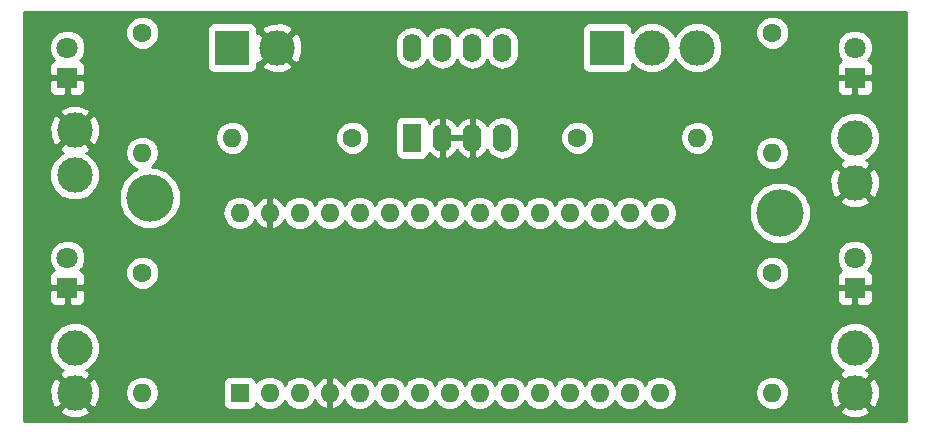
<source format=gbr>
G04 #@! TF.GenerationSoftware,KiCad,Pcbnew,(5.0.1-3-g963ef8bb5)*
G04 #@! TF.CreationDate,2019-07-11T22:25:35+01:00*
G04 #@! TF.ProjectId,KatanaSwitch,4B6174616E615377697463682E6B6963,rev?*
G04 #@! TF.SameCoordinates,Original*
G04 #@! TF.FileFunction,Copper,L2,Bot,Signal*
G04 #@! TF.FilePolarity,Positive*
%FSLAX46Y46*%
G04 Gerber Fmt 4.6, Leading zero omitted, Abs format (unit mm)*
G04 Created by KiCad (PCBNEW (5.0.1-3-g963ef8bb5)) date Thursday, 11 July 2019 at 22:25:35*
%MOMM*%
%LPD*%
G01*
G04 APERTURE LIST*
G04 #@! TA.AperFunction,ComponentPad*
%ADD10C,4.000000*%
G04 #@! TD*
G04 #@! TA.AperFunction,ComponentPad*
%ADD11R,1.600000X1.600000*%
G04 #@! TD*
G04 #@! TA.AperFunction,ComponentPad*
%ADD12O,1.600000X1.600000*%
G04 #@! TD*
G04 #@! TA.AperFunction,ComponentPad*
%ADD13R,2.999740X2.999740*%
G04 #@! TD*
G04 #@! TA.AperFunction,ComponentPad*
%ADD14C,2.999740*%
G04 #@! TD*
G04 #@! TA.AperFunction,ComponentPad*
%ADD15R,1.600000X2.400000*%
G04 #@! TD*
G04 #@! TA.AperFunction,ComponentPad*
%ADD16O,1.600000X2.400000*%
G04 #@! TD*
G04 #@! TA.AperFunction,ComponentPad*
%ADD17R,1.800000X1.800000*%
G04 #@! TD*
G04 #@! TA.AperFunction,ComponentPad*
%ADD18C,1.800000*%
G04 #@! TD*
G04 #@! TA.AperFunction,ComponentPad*
%ADD19C,1.600000*%
G04 #@! TD*
G04 #@! TA.AperFunction,Conductor*
%ADD20C,0.254000*%
G04 #@! TD*
G04 APERTURE END LIST*
D10*
G04 #@! TO.P,REF\002A\002A,1*
G04 #@! TO.N,N/C*
X125095000Y-99060000D03*
G04 #@! TD*
D11*
G04 #@! TO.P,A1,1*
G04 #@! TO.N,Net-(A1-Pad1)*
X132715000Y-115570000D03*
D12*
G04 #@! TO.P,A1,17*
G04 #@! TO.N,Net-(A1-Pad17)*
X165735000Y-100330000D03*
G04 #@! TO.P,A1,2*
G04 #@! TO.N,Net-(A1-Pad2)*
X135255000Y-115570000D03*
G04 #@! TO.P,A1,18*
G04 #@! TO.N,Net-(A1-Pad18)*
X163195000Y-100330000D03*
G04 #@! TO.P,A1,3*
G04 #@! TO.N,Net-(A1-Pad3)*
X137795000Y-115570000D03*
G04 #@! TO.P,A1,19*
G04 #@! TO.N,CH4*
X160655000Y-100330000D03*
G04 #@! TO.P,A1,4*
G04 #@! TO.N,GND*
X140335000Y-115570000D03*
G04 #@! TO.P,A1,20*
G04 #@! TO.N,TIP*
X158115000Y-100330000D03*
G04 #@! TO.P,A1,5*
G04 #@! TO.N,CH1_LED*
X142875000Y-115570000D03*
G04 #@! TO.P,A1,21*
G04 #@! TO.N,RING*
X155575000Y-100330000D03*
G04 #@! TO.P,A1,6*
G04 #@! TO.N,CH1*
X145415000Y-115570000D03*
G04 #@! TO.P,A1,22*
G04 #@! TO.N,Net-(A1-Pad22)*
X153035000Y-100330000D03*
G04 #@! TO.P,A1,7*
G04 #@! TO.N,Net-(A1-Pad7)*
X147955000Y-115570000D03*
G04 #@! TO.P,A1,23*
G04 #@! TO.N,CH3*
X150495000Y-100330000D03*
G04 #@! TO.P,A1,8*
G04 #@! TO.N,Net-(A1-Pad8)*
X150495000Y-115570000D03*
G04 #@! TO.P,A1,24*
G04 #@! TO.N,CH3_LED*
X147955000Y-100330000D03*
G04 #@! TO.P,A1,9*
G04 #@! TO.N,Net-(A1-Pad9)*
X153035000Y-115570000D03*
G04 #@! TO.P,A1,25*
G04 #@! TO.N,Net-(A1-Pad25)*
X145415000Y-100330000D03*
G04 #@! TO.P,A1,10*
G04 #@! TO.N,Net-(A1-Pad10)*
X155575000Y-115570000D03*
G04 #@! TO.P,A1,26*
G04 #@! TO.N,Net-(A1-Pad26)*
X142875000Y-100330000D03*
G04 #@! TO.P,A1,11*
G04 #@! TO.N,Net-(A1-Pad11)*
X158115000Y-115570000D03*
G04 #@! TO.P,A1,27*
G04 #@! TO.N,Net-(A1-Pad27)*
X140335000Y-100330000D03*
G04 #@! TO.P,A1,12*
G04 #@! TO.N,Net-(A1-Pad12)*
X160655000Y-115570000D03*
G04 #@! TO.P,A1,28*
G04 #@! TO.N,Net-(A1-Pad28)*
X137795000Y-100330000D03*
G04 #@! TO.P,A1,13*
G04 #@! TO.N,Net-(A1-Pad13)*
X163195000Y-115570000D03*
G04 #@! TO.P,A1,29*
G04 #@! TO.N,GND*
X135255000Y-100330000D03*
G04 #@! TO.P,A1,14*
G04 #@! TO.N,CH2*
X165735000Y-115570000D03*
G04 #@! TO.P,A1,30*
G04 #@! TO.N,+9V*
X132715000Y-100330000D03*
G04 #@! TO.P,A1,15*
G04 #@! TO.N,CH2_LED*
X168275000Y-115570000D03*
G04 #@! TO.P,A1,16*
G04 #@! TO.N,CH4_LED*
X168275000Y-100330000D03*
G04 #@! TD*
D10*
G04 #@! TO.P,REF\002A\002A,1*
G04 #@! TO.N,N/C*
X178435000Y-100330000D03*
G04 #@! TD*
D13*
G04 #@! TO.P,BT1,1*
G04 #@! TO.N,+9V*
X132080000Y-86360000D03*
D14*
G04 #@! TO.P,BT1,2*
G04 #@! TO.N,GND*
X135890000Y-86360000D03*
G04 #@! TD*
D15*
G04 #@! TO.P,U1,1*
G04 #@! TO.N,Net-(R6-Pad1)*
X147320000Y-93980000D03*
D16*
G04 #@! TO.P,U1,5*
G04 #@! TO.N,Net-(J1-PadS)*
X154940000Y-86360000D03*
G04 #@! TO.P,U1,2*
G04 #@! TO.N,GND*
X149860000Y-93980000D03*
G04 #@! TO.P,U1,6*
G04 #@! TO.N,Net-(J1-PadT)*
X152400000Y-86360000D03*
G04 #@! TO.P,U1,3*
G04 #@! TO.N,GND*
X152400000Y-93980000D03*
G04 #@! TO.P,U1,7*
G04 #@! TO.N,Net-(J1-PadR)*
X149860000Y-86360000D03*
G04 #@! TO.P,U1,4*
G04 #@! TO.N,Net-(R5-Pad1)*
X154940000Y-93980000D03*
G04 #@! TO.P,U1,8*
G04 #@! TO.N,Net-(J1-PadS)*
X147320000Y-86360000D03*
G04 #@! TD*
D17*
G04 #@! TO.P,D1,1*
G04 #@! TO.N,GND*
X118110000Y-106680000D03*
D18*
G04 #@! TO.P,D1,2*
G04 #@! TO.N,Net-(D1-Pad2)*
X118110000Y-104140000D03*
G04 #@! TD*
D17*
G04 #@! TO.P,D2,1*
G04 #@! TO.N,GND*
X184785000Y-106680000D03*
D18*
G04 #@! TO.P,D2,2*
G04 #@! TO.N,Net-(D2-Pad2)*
X184785000Y-104140000D03*
G04 #@! TD*
G04 #@! TO.P,D3,2*
G04 #@! TO.N,Net-(D3-Pad2)*
X118110000Y-86360000D03*
D17*
G04 #@! TO.P,D3,1*
G04 #@! TO.N,GND*
X118110000Y-88900000D03*
G04 #@! TD*
D18*
G04 #@! TO.P,D4,2*
G04 #@! TO.N,Net-(D4-Pad2)*
X184785000Y-86360000D03*
D17*
G04 #@! TO.P,D4,1*
G04 #@! TO.N,GND*
X184785000Y-88900000D03*
G04 #@! TD*
D13*
G04 #@! TO.P,J1,T*
G04 #@! TO.N,Net-(J1-PadT)*
X163830000Y-86360000D03*
D14*
G04 #@! TO.P,J1,R*
G04 #@! TO.N,Net-(J1-PadR)*
X167640000Y-86360000D03*
G04 #@! TO.P,J1,S*
G04 #@! TO.N,Net-(J1-PadS)*
X171450000Y-86360000D03*
G04 #@! TD*
G04 #@! TO.P,SW1,1*
G04 #@! TO.N,CH1*
X118745000Y-111760000D03*
G04 #@! TO.P,SW1,2*
G04 #@! TO.N,GND*
X118745000Y-115570000D03*
G04 #@! TD*
G04 #@! TO.P,SW2,2*
G04 #@! TO.N,GND*
X184785000Y-115570000D03*
G04 #@! TO.P,SW2,1*
G04 #@! TO.N,CH2*
X184785000Y-111760000D03*
G04 #@! TD*
G04 #@! TO.P,SW3,1*
G04 #@! TO.N,CH3*
X118745000Y-97155000D03*
G04 #@! TO.P,SW3,2*
G04 #@! TO.N,GND*
X118745000Y-93345000D03*
G04 #@! TD*
G04 #@! TO.P,SW4,2*
G04 #@! TO.N,GND*
X184785000Y-97790000D03*
G04 #@! TO.P,SW4,1*
G04 #@! TO.N,CH4*
X184785000Y-93980000D03*
G04 #@! TD*
D19*
G04 #@! TO.P,R1,1*
G04 #@! TO.N,Net-(D1-Pad2)*
X124460000Y-105410000D03*
D12*
G04 #@! TO.P,R1,2*
G04 #@! TO.N,CH1_LED*
X124460000Y-115570000D03*
G04 #@! TD*
G04 #@! TO.P,R2,2*
G04 #@! TO.N,CH2_LED*
X177800000Y-115570000D03*
D19*
G04 #@! TO.P,R2,1*
G04 #@! TO.N,Net-(D2-Pad2)*
X177800000Y-105410000D03*
G04 #@! TD*
D12*
G04 #@! TO.P,R3,2*
G04 #@! TO.N,CH3_LED*
X124460000Y-95250000D03*
D19*
G04 #@! TO.P,R3,1*
G04 #@! TO.N,Net-(D3-Pad2)*
X124460000Y-85090000D03*
G04 #@! TD*
G04 #@! TO.P,R4,1*
G04 #@! TO.N,Net-(D4-Pad2)*
X177800000Y-85090000D03*
D12*
G04 #@! TO.P,R4,2*
G04 #@! TO.N,CH4_LED*
X177800000Y-95250000D03*
G04 #@! TD*
D19*
G04 #@! TO.P,R5,1*
G04 #@! TO.N,Net-(R5-Pad1)*
X161290000Y-93980000D03*
D12*
G04 #@! TO.P,R5,2*
G04 #@! TO.N,TIP*
X171450000Y-93980000D03*
G04 #@! TD*
G04 #@! TO.P,R6,2*
G04 #@! TO.N,RING*
X132080000Y-93980000D03*
D19*
G04 #@! TO.P,R6,1*
G04 #@! TO.N,Net-(R6-Pad1)*
X142240000Y-93980000D03*
G04 #@! TD*
D20*
G04 #@! TO.N,GND*
G36*
X189103000Y-117983000D02*
X114427000Y-117983000D01*
X114427000Y-117083877D01*
X117410728Y-117083877D01*
X117570495Y-117402632D01*
X118361217Y-117712595D01*
X119210366Y-117696367D01*
X119919505Y-117402632D01*
X120079272Y-117083877D01*
X183450728Y-117083877D01*
X183610495Y-117402632D01*
X184401217Y-117712595D01*
X185250366Y-117696367D01*
X185959505Y-117402632D01*
X186119272Y-117083877D01*
X184785000Y-115749605D01*
X183450728Y-117083877D01*
X120079272Y-117083877D01*
X118745000Y-115749605D01*
X117410728Y-117083877D01*
X114427000Y-117083877D01*
X114427000Y-115186217D01*
X116602405Y-115186217D01*
X116618633Y-116035366D01*
X116912368Y-116744505D01*
X117231123Y-116904272D01*
X118565395Y-115570000D01*
X118924605Y-115570000D01*
X120258877Y-116904272D01*
X120577632Y-116744505D01*
X120887595Y-115953783D01*
X120880261Y-115570000D01*
X122996887Y-115570000D01*
X123108260Y-116129909D01*
X123425423Y-116604577D01*
X123900091Y-116921740D01*
X124318667Y-117005000D01*
X124601333Y-117005000D01*
X125019909Y-116921740D01*
X125494577Y-116604577D01*
X125811740Y-116129909D01*
X125923113Y-115570000D01*
X125811740Y-115010091D01*
X125651317Y-114770000D01*
X131267560Y-114770000D01*
X131267560Y-116370000D01*
X131316843Y-116617765D01*
X131457191Y-116827809D01*
X131667235Y-116968157D01*
X131915000Y-117017440D01*
X133515000Y-117017440D01*
X133762765Y-116968157D01*
X133972809Y-116827809D01*
X134113157Y-116617765D01*
X134139785Y-116483894D01*
X134220423Y-116604577D01*
X134695091Y-116921740D01*
X135113667Y-117005000D01*
X135396333Y-117005000D01*
X135814909Y-116921740D01*
X136289577Y-116604577D01*
X136525000Y-116252242D01*
X136760423Y-116604577D01*
X137235091Y-116921740D01*
X137653667Y-117005000D01*
X137936333Y-117005000D01*
X138354909Y-116921740D01*
X138829577Y-116604577D01*
X139085947Y-116220892D01*
X139182611Y-116425134D01*
X139597577Y-116801041D01*
X139985961Y-116961904D01*
X140208000Y-116839915D01*
X140208000Y-115697000D01*
X140188000Y-115697000D01*
X140188000Y-115443000D01*
X140208000Y-115443000D01*
X140208000Y-114300085D01*
X140462000Y-114300085D01*
X140462000Y-115443000D01*
X140482000Y-115443000D01*
X140482000Y-115697000D01*
X140462000Y-115697000D01*
X140462000Y-116839915D01*
X140684039Y-116961904D01*
X141072423Y-116801041D01*
X141487389Y-116425134D01*
X141584053Y-116220892D01*
X141840423Y-116604577D01*
X142315091Y-116921740D01*
X142733667Y-117005000D01*
X143016333Y-117005000D01*
X143434909Y-116921740D01*
X143909577Y-116604577D01*
X144145000Y-116252242D01*
X144380423Y-116604577D01*
X144855091Y-116921740D01*
X145273667Y-117005000D01*
X145556333Y-117005000D01*
X145974909Y-116921740D01*
X146449577Y-116604577D01*
X146685000Y-116252242D01*
X146920423Y-116604577D01*
X147395091Y-116921740D01*
X147813667Y-117005000D01*
X148096333Y-117005000D01*
X148514909Y-116921740D01*
X148989577Y-116604577D01*
X149225000Y-116252242D01*
X149460423Y-116604577D01*
X149935091Y-116921740D01*
X150353667Y-117005000D01*
X150636333Y-117005000D01*
X151054909Y-116921740D01*
X151529577Y-116604577D01*
X151765000Y-116252242D01*
X152000423Y-116604577D01*
X152475091Y-116921740D01*
X152893667Y-117005000D01*
X153176333Y-117005000D01*
X153594909Y-116921740D01*
X154069577Y-116604577D01*
X154305000Y-116252242D01*
X154540423Y-116604577D01*
X155015091Y-116921740D01*
X155433667Y-117005000D01*
X155716333Y-117005000D01*
X156134909Y-116921740D01*
X156609577Y-116604577D01*
X156845000Y-116252242D01*
X157080423Y-116604577D01*
X157555091Y-116921740D01*
X157973667Y-117005000D01*
X158256333Y-117005000D01*
X158674909Y-116921740D01*
X159149577Y-116604577D01*
X159385000Y-116252242D01*
X159620423Y-116604577D01*
X160095091Y-116921740D01*
X160513667Y-117005000D01*
X160796333Y-117005000D01*
X161214909Y-116921740D01*
X161689577Y-116604577D01*
X161925000Y-116252242D01*
X162160423Y-116604577D01*
X162635091Y-116921740D01*
X163053667Y-117005000D01*
X163336333Y-117005000D01*
X163754909Y-116921740D01*
X164229577Y-116604577D01*
X164465000Y-116252242D01*
X164700423Y-116604577D01*
X165175091Y-116921740D01*
X165593667Y-117005000D01*
X165876333Y-117005000D01*
X166294909Y-116921740D01*
X166769577Y-116604577D01*
X167005000Y-116252242D01*
X167240423Y-116604577D01*
X167715091Y-116921740D01*
X168133667Y-117005000D01*
X168416333Y-117005000D01*
X168834909Y-116921740D01*
X169309577Y-116604577D01*
X169626740Y-116129909D01*
X169738113Y-115570000D01*
X176336887Y-115570000D01*
X176448260Y-116129909D01*
X176765423Y-116604577D01*
X177240091Y-116921740D01*
X177658667Y-117005000D01*
X177941333Y-117005000D01*
X178359909Y-116921740D01*
X178834577Y-116604577D01*
X179151740Y-116129909D01*
X179263113Y-115570000D01*
X179186774Y-115186217D01*
X182642405Y-115186217D01*
X182658633Y-116035366D01*
X182952368Y-116744505D01*
X183271123Y-116904272D01*
X184605395Y-115570000D01*
X184964605Y-115570000D01*
X186298877Y-116904272D01*
X186617632Y-116744505D01*
X186927595Y-115953783D01*
X186911367Y-115104634D01*
X186617632Y-114395495D01*
X186298877Y-114235728D01*
X184964605Y-115570000D01*
X184605395Y-115570000D01*
X183271123Y-114235728D01*
X182952368Y-114395495D01*
X182642405Y-115186217D01*
X179186774Y-115186217D01*
X179151740Y-115010091D01*
X178834577Y-114535423D01*
X178359909Y-114218260D01*
X177941333Y-114135000D01*
X177658667Y-114135000D01*
X177240091Y-114218260D01*
X176765423Y-114535423D01*
X176448260Y-115010091D01*
X176336887Y-115570000D01*
X169738113Y-115570000D01*
X169626740Y-115010091D01*
X169309577Y-114535423D01*
X168834909Y-114218260D01*
X168416333Y-114135000D01*
X168133667Y-114135000D01*
X167715091Y-114218260D01*
X167240423Y-114535423D01*
X167005000Y-114887758D01*
X166769577Y-114535423D01*
X166294909Y-114218260D01*
X165876333Y-114135000D01*
X165593667Y-114135000D01*
X165175091Y-114218260D01*
X164700423Y-114535423D01*
X164465000Y-114887758D01*
X164229577Y-114535423D01*
X163754909Y-114218260D01*
X163336333Y-114135000D01*
X163053667Y-114135000D01*
X162635091Y-114218260D01*
X162160423Y-114535423D01*
X161925000Y-114887758D01*
X161689577Y-114535423D01*
X161214909Y-114218260D01*
X160796333Y-114135000D01*
X160513667Y-114135000D01*
X160095091Y-114218260D01*
X159620423Y-114535423D01*
X159385000Y-114887758D01*
X159149577Y-114535423D01*
X158674909Y-114218260D01*
X158256333Y-114135000D01*
X157973667Y-114135000D01*
X157555091Y-114218260D01*
X157080423Y-114535423D01*
X156845000Y-114887758D01*
X156609577Y-114535423D01*
X156134909Y-114218260D01*
X155716333Y-114135000D01*
X155433667Y-114135000D01*
X155015091Y-114218260D01*
X154540423Y-114535423D01*
X154305000Y-114887758D01*
X154069577Y-114535423D01*
X153594909Y-114218260D01*
X153176333Y-114135000D01*
X152893667Y-114135000D01*
X152475091Y-114218260D01*
X152000423Y-114535423D01*
X151765000Y-114887758D01*
X151529577Y-114535423D01*
X151054909Y-114218260D01*
X150636333Y-114135000D01*
X150353667Y-114135000D01*
X149935091Y-114218260D01*
X149460423Y-114535423D01*
X149225000Y-114887758D01*
X148989577Y-114535423D01*
X148514909Y-114218260D01*
X148096333Y-114135000D01*
X147813667Y-114135000D01*
X147395091Y-114218260D01*
X146920423Y-114535423D01*
X146685000Y-114887758D01*
X146449577Y-114535423D01*
X145974909Y-114218260D01*
X145556333Y-114135000D01*
X145273667Y-114135000D01*
X144855091Y-114218260D01*
X144380423Y-114535423D01*
X144145000Y-114887758D01*
X143909577Y-114535423D01*
X143434909Y-114218260D01*
X143016333Y-114135000D01*
X142733667Y-114135000D01*
X142315091Y-114218260D01*
X141840423Y-114535423D01*
X141584053Y-114919108D01*
X141487389Y-114714866D01*
X141072423Y-114338959D01*
X140684039Y-114178096D01*
X140462000Y-114300085D01*
X140208000Y-114300085D01*
X139985961Y-114178096D01*
X139597577Y-114338959D01*
X139182611Y-114714866D01*
X139085947Y-114919108D01*
X138829577Y-114535423D01*
X138354909Y-114218260D01*
X137936333Y-114135000D01*
X137653667Y-114135000D01*
X137235091Y-114218260D01*
X136760423Y-114535423D01*
X136525000Y-114887758D01*
X136289577Y-114535423D01*
X135814909Y-114218260D01*
X135396333Y-114135000D01*
X135113667Y-114135000D01*
X134695091Y-114218260D01*
X134220423Y-114535423D01*
X134139785Y-114656106D01*
X134113157Y-114522235D01*
X133972809Y-114312191D01*
X133762765Y-114171843D01*
X133515000Y-114122560D01*
X131915000Y-114122560D01*
X131667235Y-114171843D01*
X131457191Y-114312191D01*
X131316843Y-114522235D01*
X131267560Y-114770000D01*
X125651317Y-114770000D01*
X125494577Y-114535423D01*
X125019909Y-114218260D01*
X124601333Y-114135000D01*
X124318667Y-114135000D01*
X123900091Y-114218260D01*
X123425423Y-114535423D01*
X123108260Y-115010091D01*
X122996887Y-115570000D01*
X120880261Y-115570000D01*
X120871367Y-115104634D01*
X120577632Y-114395495D01*
X120258877Y-114235728D01*
X118924605Y-115570000D01*
X118565395Y-115570000D01*
X117231123Y-114235728D01*
X116912368Y-114395495D01*
X116602405Y-115186217D01*
X114427000Y-115186217D01*
X114427000Y-111335348D01*
X116610130Y-111335348D01*
X116610130Y-112184652D01*
X116935144Y-112969307D01*
X117535693Y-113569856D01*
X117755299Y-113660820D01*
X117570495Y-113737368D01*
X117410728Y-114056123D01*
X118745000Y-115390395D01*
X120079272Y-114056123D01*
X119919505Y-113737368D01*
X119729609Y-113662929D01*
X119954307Y-113569856D01*
X120554856Y-112969307D01*
X120879870Y-112184652D01*
X120879870Y-111335348D01*
X182650130Y-111335348D01*
X182650130Y-112184652D01*
X182975144Y-112969307D01*
X183575693Y-113569856D01*
X183795299Y-113660820D01*
X183610495Y-113737368D01*
X183450728Y-114056123D01*
X184785000Y-115390395D01*
X186119272Y-114056123D01*
X185959505Y-113737368D01*
X185769609Y-113662929D01*
X185994307Y-113569856D01*
X186594856Y-112969307D01*
X186919870Y-112184652D01*
X186919870Y-111335348D01*
X186594856Y-110550693D01*
X185994307Y-109950144D01*
X185209652Y-109625130D01*
X184360348Y-109625130D01*
X183575693Y-109950144D01*
X182975144Y-110550693D01*
X182650130Y-111335348D01*
X120879870Y-111335348D01*
X120554856Y-110550693D01*
X119954307Y-109950144D01*
X119169652Y-109625130D01*
X118320348Y-109625130D01*
X117535693Y-109950144D01*
X116935144Y-110550693D01*
X116610130Y-111335348D01*
X114427000Y-111335348D01*
X114427000Y-106965750D01*
X116575000Y-106965750D01*
X116575000Y-107706309D01*
X116671673Y-107939698D01*
X116850301Y-108118327D01*
X117083690Y-108215000D01*
X117824250Y-108215000D01*
X117983000Y-108056250D01*
X117983000Y-106807000D01*
X118237000Y-106807000D01*
X118237000Y-108056250D01*
X118395750Y-108215000D01*
X119136310Y-108215000D01*
X119369699Y-108118327D01*
X119548327Y-107939698D01*
X119645000Y-107706309D01*
X119645000Y-106965750D01*
X183250000Y-106965750D01*
X183250000Y-107706309D01*
X183346673Y-107939698D01*
X183525301Y-108118327D01*
X183758690Y-108215000D01*
X184499250Y-108215000D01*
X184658000Y-108056250D01*
X184658000Y-106807000D01*
X184912000Y-106807000D01*
X184912000Y-108056250D01*
X185070750Y-108215000D01*
X185811310Y-108215000D01*
X186044699Y-108118327D01*
X186223327Y-107939698D01*
X186320000Y-107706309D01*
X186320000Y-106965750D01*
X186161250Y-106807000D01*
X184912000Y-106807000D01*
X184658000Y-106807000D01*
X183408750Y-106807000D01*
X183250000Y-106965750D01*
X119645000Y-106965750D01*
X119486250Y-106807000D01*
X118237000Y-106807000D01*
X117983000Y-106807000D01*
X116733750Y-106807000D01*
X116575000Y-106965750D01*
X114427000Y-106965750D01*
X114427000Y-103834670D01*
X116575000Y-103834670D01*
X116575000Y-104445330D01*
X116808690Y-105009507D01*
X116985044Y-105185861D01*
X116850301Y-105241673D01*
X116671673Y-105420302D01*
X116575000Y-105653691D01*
X116575000Y-106394250D01*
X116733750Y-106553000D01*
X117983000Y-106553000D01*
X117983000Y-106533000D01*
X118237000Y-106533000D01*
X118237000Y-106553000D01*
X119486250Y-106553000D01*
X119645000Y-106394250D01*
X119645000Y-105653691D01*
X119548327Y-105420302D01*
X119369699Y-105241673D01*
X119234956Y-105185861D01*
X119296256Y-105124561D01*
X123025000Y-105124561D01*
X123025000Y-105695439D01*
X123243466Y-106222862D01*
X123647138Y-106626534D01*
X124174561Y-106845000D01*
X124745439Y-106845000D01*
X125272862Y-106626534D01*
X125676534Y-106222862D01*
X125895000Y-105695439D01*
X125895000Y-105124561D01*
X176365000Y-105124561D01*
X176365000Y-105695439D01*
X176583466Y-106222862D01*
X176987138Y-106626534D01*
X177514561Y-106845000D01*
X178085439Y-106845000D01*
X178612862Y-106626534D01*
X179016534Y-106222862D01*
X179235000Y-105695439D01*
X179235000Y-105124561D01*
X179016534Y-104597138D01*
X178612862Y-104193466D01*
X178085439Y-103975000D01*
X177514561Y-103975000D01*
X176987138Y-104193466D01*
X176583466Y-104597138D01*
X176365000Y-105124561D01*
X125895000Y-105124561D01*
X125676534Y-104597138D01*
X125272862Y-104193466D01*
X124745439Y-103975000D01*
X124174561Y-103975000D01*
X123647138Y-104193466D01*
X123243466Y-104597138D01*
X123025000Y-105124561D01*
X119296256Y-105124561D01*
X119411310Y-105009507D01*
X119645000Y-104445330D01*
X119645000Y-103834670D01*
X183250000Y-103834670D01*
X183250000Y-104445330D01*
X183483690Y-105009507D01*
X183660044Y-105185861D01*
X183525301Y-105241673D01*
X183346673Y-105420302D01*
X183250000Y-105653691D01*
X183250000Y-106394250D01*
X183408750Y-106553000D01*
X184658000Y-106553000D01*
X184658000Y-106533000D01*
X184912000Y-106533000D01*
X184912000Y-106553000D01*
X186161250Y-106553000D01*
X186320000Y-106394250D01*
X186320000Y-105653691D01*
X186223327Y-105420302D01*
X186044699Y-105241673D01*
X185909956Y-105185861D01*
X186086310Y-105009507D01*
X186320000Y-104445330D01*
X186320000Y-103834670D01*
X186086310Y-103270493D01*
X185654507Y-102838690D01*
X185090330Y-102605000D01*
X184479670Y-102605000D01*
X183915493Y-102838690D01*
X183483690Y-103270493D01*
X183250000Y-103834670D01*
X119645000Y-103834670D01*
X119411310Y-103270493D01*
X118979507Y-102838690D01*
X118415330Y-102605000D01*
X117804670Y-102605000D01*
X117240493Y-102838690D01*
X116808690Y-103270493D01*
X116575000Y-103834670D01*
X114427000Y-103834670D01*
X114427000Y-96730348D01*
X116610130Y-96730348D01*
X116610130Y-97579652D01*
X116935144Y-98364307D01*
X117535693Y-98964856D01*
X118320348Y-99289870D01*
X119169652Y-99289870D01*
X119954307Y-98964856D01*
X120383297Y-98535866D01*
X122460000Y-98535866D01*
X122460000Y-99584134D01*
X122861155Y-100552608D01*
X123602392Y-101293845D01*
X124570866Y-101695000D01*
X125619134Y-101695000D01*
X126587608Y-101293845D01*
X127328845Y-100552608D01*
X127421052Y-100330000D01*
X131251887Y-100330000D01*
X131363260Y-100889909D01*
X131680423Y-101364577D01*
X132155091Y-101681740D01*
X132573667Y-101765000D01*
X132856333Y-101765000D01*
X133274909Y-101681740D01*
X133749577Y-101364577D01*
X134005947Y-100980892D01*
X134102611Y-101185134D01*
X134517577Y-101561041D01*
X134905961Y-101721904D01*
X135128000Y-101599915D01*
X135128000Y-100457000D01*
X135108000Y-100457000D01*
X135108000Y-100203000D01*
X135128000Y-100203000D01*
X135128000Y-99060085D01*
X135382000Y-99060085D01*
X135382000Y-100203000D01*
X135402000Y-100203000D01*
X135402000Y-100457000D01*
X135382000Y-100457000D01*
X135382000Y-101599915D01*
X135604039Y-101721904D01*
X135992423Y-101561041D01*
X136407389Y-101185134D01*
X136504053Y-100980892D01*
X136760423Y-101364577D01*
X137235091Y-101681740D01*
X137653667Y-101765000D01*
X137936333Y-101765000D01*
X138354909Y-101681740D01*
X138829577Y-101364577D01*
X139065000Y-101012242D01*
X139300423Y-101364577D01*
X139775091Y-101681740D01*
X140193667Y-101765000D01*
X140476333Y-101765000D01*
X140894909Y-101681740D01*
X141369577Y-101364577D01*
X141605000Y-101012242D01*
X141840423Y-101364577D01*
X142315091Y-101681740D01*
X142733667Y-101765000D01*
X143016333Y-101765000D01*
X143434909Y-101681740D01*
X143909577Y-101364577D01*
X144145000Y-101012242D01*
X144380423Y-101364577D01*
X144855091Y-101681740D01*
X145273667Y-101765000D01*
X145556333Y-101765000D01*
X145974909Y-101681740D01*
X146449577Y-101364577D01*
X146685000Y-101012242D01*
X146920423Y-101364577D01*
X147395091Y-101681740D01*
X147813667Y-101765000D01*
X148096333Y-101765000D01*
X148514909Y-101681740D01*
X148989577Y-101364577D01*
X149225000Y-101012242D01*
X149460423Y-101364577D01*
X149935091Y-101681740D01*
X150353667Y-101765000D01*
X150636333Y-101765000D01*
X151054909Y-101681740D01*
X151529577Y-101364577D01*
X151765000Y-101012242D01*
X152000423Y-101364577D01*
X152475091Y-101681740D01*
X152893667Y-101765000D01*
X153176333Y-101765000D01*
X153594909Y-101681740D01*
X154069577Y-101364577D01*
X154305000Y-101012242D01*
X154540423Y-101364577D01*
X155015091Y-101681740D01*
X155433667Y-101765000D01*
X155716333Y-101765000D01*
X156134909Y-101681740D01*
X156609577Y-101364577D01*
X156845000Y-101012242D01*
X157080423Y-101364577D01*
X157555091Y-101681740D01*
X157973667Y-101765000D01*
X158256333Y-101765000D01*
X158674909Y-101681740D01*
X159149577Y-101364577D01*
X159385000Y-101012242D01*
X159620423Y-101364577D01*
X160095091Y-101681740D01*
X160513667Y-101765000D01*
X160796333Y-101765000D01*
X161214909Y-101681740D01*
X161689577Y-101364577D01*
X161925000Y-101012242D01*
X162160423Y-101364577D01*
X162635091Y-101681740D01*
X163053667Y-101765000D01*
X163336333Y-101765000D01*
X163754909Y-101681740D01*
X164229577Y-101364577D01*
X164465000Y-101012242D01*
X164700423Y-101364577D01*
X165175091Y-101681740D01*
X165593667Y-101765000D01*
X165876333Y-101765000D01*
X166294909Y-101681740D01*
X166769577Y-101364577D01*
X167005000Y-101012242D01*
X167240423Y-101364577D01*
X167715091Y-101681740D01*
X168133667Y-101765000D01*
X168416333Y-101765000D01*
X168834909Y-101681740D01*
X169309577Y-101364577D01*
X169626740Y-100889909D01*
X169738113Y-100330000D01*
X169633857Y-99805866D01*
X175800000Y-99805866D01*
X175800000Y-100854134D01*
X176201155Y-101822608D01*
X176942392Y-102563845D01*
X177910866Y-102965000D01*
X178959134Y-102965000D01*
X179927608Y-102563845D01*
X180668845Y-101822608D01*
X181070000Y-100854134D01*
X181070000Y-99805866D01*
X180862070Y-99303877D01*
X183450728Y-99303877D01*
X183610495Y-99622632D01*
X184401217Y-99932595D01*
X185250366Y-99916367D01*
X185959505Y-99622632D01*
X186119272Y-99303877D01*
X184785000Y-97969605D01*
X183450728Y-99303877D01*
X180862070Y-99303877D01*
X180668845Y-98837392D01*
X179927608Y-98096155D01*
X178959134Y-97695000D01*
X177910866Y-97695000D01*
X176942392Y-98096155D01*
X176201155Y-98837392D01*
X175800000Y-99805866D01*
X169633857Y-99805866D01*
X169626740Y-99770091D01*
X169309577Y-99295423D01*
X168834909Y-98978260D01*
X168416333Y-98895000D01*
X168133667Y-98895000D01*
X167715091Y-98978260D01*
X167240423Y-99295423D01*
X167005000Y-99647758D01*
X166769577Y-99295423D01*
X166294909Y-98978260D01*
X165876333Y-98895000D01*
X165593667Y-98895000D01*
X165175091Y-98978260D01*
X164700423Y-99295423D01*
X164465000Y-99647758D01*
X164229577Y-99295423D01*
X163754909Y-98978260D01*
X163336333Y-98895000D01*
X163053667Y-98895000D01*
X162635091Y-98978260D01*
X162160423Y-99295423D01*
X161925000Y-99647758D01*
X161689577Y-99295423D01*
X161214909Y-98978260D01*
X160796333Y-98895000D01*
X160513667Y-98895000D01*
X160095091Y-98978260D01*
X159620423Y-99295423D01*
X159385000Y-99647758D01*
X159149577Y-99295423D01*
X158674909Y-98978260D01*
X158256333Y-98895000D01*
X157973667Y-98895000D01*
X157555091Y-98978260D01*
X157080423Y-99295423D01*
X156845000Y-99647758D01*
X156609577Y-99295423D01*
X156134909Y-98978260D01*
X155716333Y-98895000D01*
X155433667Y-98895000D01*
X155015091Y-98978260D01*
X154540423Y-99295423D01*
X154305000Y-99647758D01*
X154069577Y-99295423D01*
X153594909Y-98978260D01*
X153176333Y-98895000D01*
X152893667Y-98895000D01*
X152475091Y-98978260D01*
X152000423Y-99295423D01*
X151765000Y-99647758D01*
X151529577Y-99295423D01*
X151054909Y-98978260D01*
X150636333Y-98895000D01*
X150353667Y-98895000D01*
X149935091Y-98978260D01*
X149460423Y-99295423D01*
X149225000Y-99647758D01*
X148989577Y-99295423D01*
X148514909Y-98978260D01*
X148096333Y-98895000D01*
X147813667Y-98895000D01*
X147395091Y-98978260D01*
X146920423Y-99295423D01*
X146685000Y-99647758D01*
X146449577Y-99295423D01*
X145974909Y-98978260D01*
X145556333Y-98895000D01*
X145273667Y-98895000D01*
X144855091Y-98978260D01*
X144380423Y-99295423D01*
X144145000Y-99647758D01*
X143909577Y-99295423D01*
X143434909Y-98978260D01*
X143016333Y-98895000D01*
X142733667Y-98895000D01*
X142315091Y-98978260D01*
X141840423Y-99295423D01*
X141605000Y-99647758D01*
X141369577Y-99295423D01*
X140894909Y-98978260D01*
X140476333Y-98895000D01*
X140193667Y-98895000D01*
X139775091Y-98978260D01*
X139300423Y-99295423D01*
X139065000Y-99647758D01*
X138829577Y-99295423D01*
X138354909Y-98978260D01*
X137936333Y-98895000D01*
X137653667Y-98895000D01*
X137235091Y-98978260D01*
X136760423Y-99295423D01*
X136504053Y-99679108D01*
X136407389Y-99474866D01*
X135992423Y-99098959D01*
X135604039Y-98938096D01*
X135382000Y-99060085D01*
X135128000Y-99060085D01*
X134905961Y-98938096D01*
X134517577Y-99098959D01*
X134102611Y-99474866D01*
X134005947Y-99679108D01*
X133749577Y-99295423D01*
X133274909Y-98978260D01*
X132856333Y-98895000D01*
X132573667Y-98895000D01*
X132155091Y-98978260D01*
X131680423Y-99295423D01*
X131363260Y-99770091D01*
X131251887Y-100330000D01*
X127421052Y-100330000D01*
X127730000Y-99584134D01*
X127730000Y-98535866D01*
X127328845Y-97567392D01*
X127167670Y-97406217D01*
X182642405Y-97406217D01*
X182658633Y-98255366D01*
X182952368Y-98964505D01*
X183271123Y-99124272D01*
X184605395Y-97790000D01*
X184964605Y-97790000D01*
X186298877Y-99124272D01*
X186617632Y-98964505D01*
X186927595Y-98173783D01*
X186911367Y-97324634D01*
X186617632Y-96615495D01*
X186298877Y-96455728D01*
X184964605Y-97790000D01*
X184605395Y-97790000D01*
X183271123Y-96455728D01*
X182952368Y-96615495D01*
X182642405Y-97406217D01*
X127167670Y-97406217D01*
X126587608Y-96826155D01*
X125619134Y-96425000D01*
X125284419Y-96425000D01*
X125494577Y-96284577D01*
X125811740Y-95809909D01*
X125923113Y-95250000D01*
X125811740Y-94690091D01*
X125494577Y-94215423D01*
X125142242Y-93980000D01*
X130616887Y-93980000D01*
X130728260Y-94539909D01*
X131045423Y-95014577D01*
X131520091Y-95331740D01*
X131938667Y-95415000D01*
X132221333Y-95415000D01*
X132639909Y-95331740D01*
X133114577Y-95014577D01*
X133431740Y-94539909D01*
X133543113Y-93980000D01*
X133486336Y-93694561D01*
X140805000Y-93694561D01*
X140805000Y-94265439D01*
X141023466Y-94792862D01*
X141427138Y-95196534D01*
X141954561Y-95415000D01*
X142525439Y-95415000D01*
X143052862Y-95196534D01*
X143456534Y-94792862D01*
X143675000Y-94265439D01*
X143675000Y-93694561D01*
X143456534Y-93167138D01*
X143069396Y-92780000D01*
X145872560Y-92780000D01*
X145872560Y-95180000D01*
X145921843Y-95427765D01*
X146062191Y-95637809D01*
X146272235Y-95778157D01*
X146520000Y-95827440D01*
X148120000Y-95827440D01*
X148367765Y-95778157D01*
X148577809Y-95637809D01*
X148718157Y-95427765D01*
X148752127Y-95256984D01*
X148935104Y-95484500D01*
X149428181Y-95754367D01*
X149510961Y-95771904D01*
X149733000Y-95649915D01*
X149733000Y-94107000D01*
X149987000Y-94107000D01*
X149987000Y-95649915D01*
X150209039Y-95771904D01*
X150291819Y-95754367D01*
X150784896Y-95484500D01*
X151130000Y-95055393D01*
X151475104Y-95484500D01*
X151968181Y-95754367D01*
X152050961Y-95771904D01*
X152273000Y-95649915D01*
X152273000Y-94107000D01*
X149987000Y-94107000D01*
X149733000Y-94107000D01*
X149713000Y-94107000D01*
X149713000Y-93853000D01*
X149733000Y-93853000D01*
X149733000Y-92310085D01*
X149987000Y-92310085D01*
X149987000Y-93853000D01*
X152273000Y-93853000D01*
X152273000Y-92310085D01*
X152527000Y-92310085D01*
X152527000Y-93853000D01*
X152547000Y-93853000D01*
X152547000Y-94107000D01*
X152527000Y-94107000D01*
X152527000Y-95649915D01*
X152749039Y-95771904D01*
X152831819Y-95754367D01*
X153324896Y-95484500D01*
X153667501Y-95058501D01*
X153905424Y-95414577D01*
X154380092Y-95731740D01*
X154940000Y-95843113D01*
X155499909Y-95731740D01*
X155974577Y-95414577D01*
X156291740Y-94939909D01*
X156375000Y-94521332D01*
X156375000Y-93694561D01*
X159855000Y-93694561D01*
X159855000Y-94265439D01*
X160073466Y-94792862D01*
X160477138Y-95196534D01*
X161004561Y-95415000D01*
X161575439Y-95415000D01*
X162102862Y-95196534D01*
X162506534Y-94792862D01*
X162725000Y-94265439D01*
X162725000Y-93980000D01*
X169986887Y-93980000D01*
X170098260Y-94539909D01*
X170415423Y-95014577D01*
X170890091Y-95331740D01*
X171308667Y-95415000D01*
X171591333Y-95415000D01*
X172009909Y-95331740D01*
X172132241Y-95250000D01*
X176336887Y-95250000D01*
X176448260Y-95809909D01*
X176765423Y-96284577D01*
X177240091Y-96601740D01*
X177658667Y-96685000D01*
X177941333Y-96685000D01*
X178359909Y-96601740D01*
X178834577Y-96284577D01*
X179151740Y-95809909D01*
X179263113Y-95250000D01*
X179151740Y-94690091D01*
X178834577Y-94215423D01*
X178359909Y-93898260D01*
X177941333Y-93815000D01*
X177658667Y-93815000D01*
X177240091Y-93898260D01*
X176765423Y-94215423D01*
X176448260Y-94690091D01*
X176336887Y-95250000D01*
X172132241Y-95250000D01*
X172484577Y-95014577D01*
X172801740Y-94539909D01*
X172913113Y-93980000D01*
X172828645Y-93555348D01*
X182650130Y-93555348D01*
X182650130Y-94404652D01*
X182975144Y-95189307D01*
X183575693Y-95789856D01*
X183795299Y-95880820D01*
X183610495Y-95957368D01*
X183450728Y-96276123D01*
X184785000Y-97610395D01*
X186119272Y-96276123D01*
X185959505Y-95957368D01*
X185769609Y-95882929D01*
X185994307Y-95789856D01*
X186594856Y-95189307D01*
X186919870Y-94404652D01*
X186919870Y-93555348D01*
X186594856Y-92770693D01*
X185994307Y-92170144D01*
X185209652Y-91845130D01*
X184360348Y-91845130D01*
X183575693Y-92170144D01*
X182975144Y-92770693D01*
X182650130Y-93555348D01*
X172828645Y-93555348D01*
X172801740Y-93420091D01*
X172484577Y-92945423D01*
X172009909Y-92628260D01*
X171591333Y-92545000D01*
X171308667Y-92545000D01*
X170890091Y-92628260D01*
X170415423Y-92945423D01*
X170098260Y-93420091D01*
X169986887Y-93980000D01*
X162725000Y-93980000D01*
X162725000Y-93694561D01*
X162506534Y-93167138D01*
X162102862Y-92763466D01*
X161575439Y-92545000D01*
X161004561Y-92545000D01*
X160477138Y-92763466D01*
X160073466Y-93167138D01*
X159855000Y-93694561D01*
X156375000Y-93694561D01*
X156375000Y-93438667D01*
X156291740Y-93020091D01*
X155974576Y-92545423D01*
X155499908Y-92228260D01*
X154940000Y-92116887D01*
X154380091Y-92228260D01*
X153905423Y-92545424D01*
X153667501Y-92901499D01*
X153324896Y-92475500D01*
X152831819Y-92205633D01*
X152749039Y-92188096D01*
X152527000Y-92310085D01*
X152273000Y-92310085D01*
X152050961Y-92188096D01*
X151968181Y-92205633D01*
X151475104Y-92475500D01*
X151130000Y-92904607D01*
X150784896Y-92475500D01*
X150291819Y-92205633D01*
X150209039Y-92188096D01*
X149987000Y-92310085D01*
X149733000Y-92310085D01*
X149510961Y-92188096D01*
X149428181Y-92205633D01*
X148935104Y-92475500D01*
X148752127Y-92703016D01*
X148718157Y-92532235D01*
X148577809Y-92322191D01*
X148367765Y-92181843D01*
X148120000Y-92132560D01*
X146520000Y-92132560D01*
X146272235Y-92181843D01*
X146062191Y-92322191D01*
X145921843Y-92532235D01*
X145872560Y-92780000D01*
X143069396Y-92780000D01*
X143052862Y-92763466D01*
X142525439Y-92545000D01*
X141954561Y-92545000D01*
X141427138Y-92763466D01*
X141023466Y-93167138D01*
X140805000Y-93694561D01*
X133486336Y-93694561D01*
X133431740Y-93420091D01*
X133114577Y-92945423D01*
X132639909Y-92628260D01*
X132221333Y-92545000D01*
X131938667Y-92545000D01*
X131520091Y-92628260D01*
X131045423Y-92945423D01*
X130728260Y-93420091D01*
X130616887Y-93980000D01*
X125142242Y-93980000D01*
X125019909Y-93898260D01*
X124601333Y-93815000D01*
X124318667Y-93815000D01*
X123900091Y-93898260D01*
X123425423Y-94215423D01*
X123108260Y-94690091D01*
X122996887Y-95250000D01*
X123108260Y-95809909D01*
X123425423Y-96284577D01*
X123900091Y-96601740D01*
X124064990Y-96634541D01*
X123602392Y-96826155D01*
X122861155Y-97567392D01*
X122460000Y-98535866D01*
X120383297Y-98535866D01*
X120554856Y-98364307D01*
X120879870Y-97579652D01*
X120879870Y-96730348D01*
X120554856Y-95945693D01*
X119954307Y-95345144D01*
X119734701Y-95254180D01*
X119919505Y-95177632D01*
X120079272Y-94858877D01*
X118745000Y-93524605D01*
X117410728Y-94858877D01*
X117570495Y-95177632D01*
X117760391Y-95252071D01*
X117535693Y-95345144D01*
X116935144Y-95945693D01*
X116610130Y-96730348D01*
X114427000Y-96730348D01*
X114427000Y-92961217D01*
X116602405Y-92961217D01*
X116618633Y-93810366D01*
X116912368Y-94519505D01*
X117231123Y-94679272D01*
X118565395Y-93345000D01*
X118924605Y-93345000D01*
X120258877Y-94679272D01*
X120577632Y-94519505D01*
X120887595Y-93728783D01*
X120871367Y-92879634D01*
X120577632Y-92170495D01*
X120258877Y-92010728D01*
X118924605Y-93345000D01*
X118565395Y-93345000D01*
X117231123Y-92010728D01*
X116912368Y-92170495D01*
X116602405Y-92961217D01*
X114427000Y-92961217D01*
X114427000Y-91831123D01*
X117410728Y-91831123D01*
X118745000Y-93165395D01*
X120079272Y-91831123D01*
X119919505Y-91512368D01*
X119128783Y-91202405D01*
X118279634Y-91218633D01*
X117570495Y-91512368D01*
X117410728Y-91831123D01*
X114427000Y-91831123D01*
X114427000Y-89185750D01*
X116575000Y-89185750D01*
X116575000Y-89926309D01*
X116671673Y-90159698D01*
X116850301Y-90338327D01*
X117083690Y-90435000D01*
X117824250Y-90435000D01*
X117983000Y-90276250D01*
X117983000Y-89027000D01*
X118237000Y-89027000D01*
X118237000Y-90276250D01*
X118395750Y-90435000D01*
X119136310Y-90435000D01*
X119369699Y-90338327D01*
X119548327Y-90159698D01*
X119645000Y-89926309D01*
X119645000Y-89185750D01*
X183250000Y-89185750D01*
X183250000Y-89926309D01*
X183346673Y-90159698D01*
X183525301Y-90338327D01*
X183758690Y-90435000D01*
X184499250Y-90435000D01*
X184658000Y-90276250D01*
X184658000Y-89027000D01*
X184912000Y-89027000D01*
X184912000Y-90276250D01*
X185070750Y-90435000D01*
X185811310Y-90435000D01*
X186044699Y-90338327D01*
X186223327Y-90159698D01*
X186320000Y-89926309D01*
X186320000Y-89185750D01*
X186161250Y-89027000D01*
X184912000Y-89027000D01*
X184658000Y-89027000D01*
X183408750Y-89027000D01*
X183250000Y-89185750D01*
X119645000Y-89185750D01*
X119486250Y-89027000D01*
X118237000Y-89027000D01*
X117983000Y-89027000D01*
X116733750Y-89027000D01*
X116575000Y-89185750D01*
X114427000Y-89185750D01*
X114427000Y-86054670D01*
X116575000Y-86054670D01*
X116575000Y-86665330D01*
X116808690Y-87229507D01*
X116985044Y-87405861D01*
X116850301Y-87461673D01*
X116671673Y-87640302D01*
X116575000Y-87873691D01*
X116575000Y-88614250D01*
X116733750Y-88773000D01*
X117983000Y-88773000D01*
X117983000Y-88753000D01*
X118237000Y-88753000D01*
X118237000Y-88773000D01*
X119486250Y-88773000D01*
X119645000Y-88614250D01*
X119645000Y-87873691D01*
X119548327Y-87640302D01*
X119369699Y-87461673D01*
X119234956Y-87405861D01*
X119411310Y-87229507D01*
X119645000Y-86665330D01*
X119645000Y-86054670D01*
X119411310Y-85490493D01*
X118979507Y-85058690D01*
X118415330Y-84825000D01*
X117804670Y-84825000D01*
X117240493Y-85058690D01*
X116808690Y-85490493D01*
X116575000Y-86054670D01*
X114427000Y-86054670D01*
X114427000Y-84804561D01*
X123025000Y-84804561D01*
X123025000Y-85375439D01*
X123243466Y-85902862D01*
X123647138Y-86306534D01*
X124174561Y-86525000D01*
X124745439Y-86525000D01*
X125272862Y-86306534D01*
X125676534Y-85902862D01*
X125895000Y-85375439D01*
X125895000Y-84860130D01*
X129932690Y-84860130D01*
X129932690Y-87859870D01*
X129981973Y-88107635D01*
X130122321Y-88317679D01*
X130332365Y-88458027D01*
X130580130Y-88507310D01*
X133579870Y-88507310D01*
X133827635Y-88458027D01*
X134037679Y-88317679D01*
X134178027Y-88107635D01*
X134224523Y-87873877D01*
X134555728Y-87873877D01*
X134715495Y-88192632D01*
X135506217Y-88502595D01*
X136355366Y-88486367D01*
X137064505Y-88192632D01*
X137224272Y-87873877D01*
X135890000Y-86539605D01*
X134555728Y-87873877D01*
X134224523Y-87873877D01*
X134227310Y-87859870D01*
X134227310Y-87619684D01*
X134376123Y-87694272D01*
X135710395Y-86360000D01*
X136069605Y-86360000D01*
X137403877Y-87694272D01*
X137722632Y-87534505D01*
X138032595Y-86743783D01*
X138016367Y-85894634D01*
X137984901Y-85818668D01*
X145885000Y-85818668D01*
X145885000Y-86901333D01*
X145968260Y-87319909D01*
X146285424Y-87794577D01*
X146760092Y-88111740D01*
X147320000Y-88223113D01*
X147879909Y-88111740D01*
X148354577Y-87794577D01*
X148590000Y-87442241D01*
X148825424Y-87794577D01*
X149300092Y-88111740D01*
X149860000Y-88223113D01*
X150419909Y-88111740D01*
X150894577Y-87794577D01*
X151130000Y-87442241D01*
X151365424Y-87794577D01*
X151840092Y-88111740D01*
X152400000Y-88223113D01*
X152959909Y-88111740D01*
X153434577Y-87794577D01*
X153670000Y-87442241D01*
X153905424Y-87794577D01*
X154380092Y-88111740D01*
X154940000Y-88223113D01*
X155499909Y-88111740D01*
X155974577Y-87794577D01*
X156291740Y-87319909D01*
X156375000Y-86901332D01*
X156375000Y-85818667D01*
X156291740Y-85400091D01*
X155974576Y-84925423D01*
X155876859Y-84860130D01*
X161682690Y-84860130D01*
X161682690Y-87859870D01*
X161731973Y-88107635D01*
X161872321Y-88317679D01*
X162082365Y-88458027D01*
X162330130Y-88507310D01*
X165329870Y-88507310D01*
X165577635Y-88458027D01*
X165787679Y-88317679D01*
X165928027Y-88107635D01*
X165977310Y-87859870D01*
X165977310Y-87716473D01*
X166430693Y-88169856D01*
X167215348Y-88494870D01*
X168064652Y-88494870D01*
X168849307Y-88169856D01*
X169449856Y-87569307D01*
X169545000Y-87339609D01*
X169640144Y-87569307D01*
X170240693Y-88169856D01*
X171025348Y-88494870D01*
X171874652Y-88494870D01*
X172659307Y-88169856D01*
X173259856Y-87569307D01*
X173584870Y-86784652D01*
X173584870Y-85935348D01*
X173259856Y-85150693D01*
X172913724Y-84804561D01*
X176365000Y-84804561D01*
X176365000Y-85375439D01*
X176583466Y-85902862D01*
X176987138Y-86306534D01*
X177514561Y-86525000D01*
X178085439Y-86525000D01*
X178612862Y-86306534D01*
X178864726Y-86054670D01*
X183250000Y-86054670D01*
X183250000Y-86665330D01*
X183483690Y-87229507D01*
X183660044Y-87405861D01*
X183525301Y-87461673D01*
X183346673Y-87640302D01*
X183250000Y-87873691D01*
X183250000Y-88614250D01*
X183408750Y-88773000D01*
X184658000Y-88773000D01*
X184658000Y-88753000D01*
X184912000Y-88753000D01*
X184912000Y-88773000D01*
X186161250Y-88773000D01*
X186320000Y-88614250D01*
X186320000Y-87873691D01*
X186223327Y-87640302D01*
X186044699Y-87461673D01*
X185909956Y-87405861D01*
X186086310Y-87229507D01*
X186320000Y-86665330D01*
X186320000Y-86054670D01*
X186086310Y-85490493D01*
X185654507Y-85058690D01*
X185090330Y-84825000D01*
X184479670Y-84825000D01*
X183915493Y-85058690D01*
X183483690Y-85490493D01*
X183250000Y-86054670D01*
X178864726Y-86054670D01*
X179016534Y-85902862D01*
X179235000Y-85375439D01*
X179235000Y-84804561D01*
X179016534Y-84277138D01*
X178612862Y-83873466D01*
X178085439Y-83655000D01*
X177514561Y-83655000D01*
X176987138Y-83873466D01*
X176583466Y-84277138D01*
X176365000Y-84804561D01*
X172913724Y-84804561D01*
X172659307Y-84550144D01*
X171874652Y-84225130D01*
X171025348Y-84225130D01*
X170240693Y-84550144D01*
X169640144Y-85150693D01*
X169545000Y-85380391D01*
X169449856Y-85150693D01*
X168849307Y-84550144D01*
X168064652Y-84225130D01*
X167215348Y-84225130D01*
X166430693Y-84550144D01*
X165977310Y-85003527D01*
X165977310Y-84860130D01*
X165928027Y-84612365D01*
X165787679Y-84402321D01*
X165577635Y-84261973D01*
X165329870Y-84212690D01*
X162330130Y-84212690D01*
X162082365Y-84261973D01*
X161872321Y-84402321D01*
X161731973Y-84612365D01*
X161682690Y-84860130D01*
X155876859Y-84860130D01*
X155499908Y-84608260D01*
X154940000Y-84496887D01*
X154380091Y-84608260D01*
X153905423Y-84925424D01*
X153670000Y-85277759D01*
X153434576Y-84925423D01*
X152959908Y-84608260D01*
X152400000Y-84496887D01*
X151840091Y-84608260D01*
X151365423Y-84925424D01*
X151130000Y-85277759D01*
X150894576Y-84925423D01*
X150419908Y-84608260D01*
X149860000Y-84496887D01*
X149300091Y-84608260D01*
X148825423Y-84925424D01*
X148590000Y-85277759D01*
X148354576Y-84925423D01*
X147879908Y-84608260D01*
X147320000Y-84496887D01*
X146760091Y-84608260D01*
X146285423Y-84925424D01*
X145968260Y-85400092D01*
X145885000Y-85818668D01*
X137984901Y-85818668D01*
X137722632Y-85185495D01*
X137403877Y-85025728D01*
X136069605Y-86360000D01*
X135710395Y-86360000D01*
X134376123Y-85025728D01*
X134227310Y-85100316D01*
X134227310Y-84860130D01*
X134224524Y-84846123D01*
X134555728Y-84846123D01*
X135890000Y-86180395D01*
X137224272Y-84846123D01*
X137064505Y-84527368D01*
X136273783Y-84217405D01*
X135424634Y-84233633D01*
X134715495Y-84527368D01*
X134555728Y-84846123D01*
X134224524Y-84846123D01*
X134178027Y-84612365D01*
X134037679Y-84402321D01*
X133827635Y-84261973D01*
X133579870Y-84212690D01*
X130580130Y-84212690D01*
X130332365Y-84261973D01*
X130122321Y-84402321D01*
X129981973Y-84612365D01*
X129932690Y-84860130D01*
X125895000Y-84860130D01*
X125895000Y-84804561D01*
X125676534Y-84277138D01*
X125272862Y-83873466D01*
X124745439Y-83655000D01*
X124174561Y-83655000D01*
X123647138Y-83873466D01*
X123243466Y-84277138D01*
X123025000Y-84804561D01*
X114427000Y-84804561D01*
X114427000Y-83312000D01*
X189103000Y-83312000D01*
X189103000Y-117983000D01*
X189103000Y-117983000D01*
G37*
X189103000Y-117983000D02*
X114427000Y-117983000D01*
X114427000Y-117083877D01*
X117410728Y-117083877D01*
X117570495Y-117402632D01*
X118361217Y-117712595D01*
X119210366Y-117696367D01*
X119919505Y-117402632D01*
X120079272Y-117083877D01*
X183450728Y-117083877D01*
X183610495Y-117402632D01*
X184401217Y-117712595D01*
X185250366Y-117696367D01*
X185959505Y-117402632D01*
X186119272Y-117083877D01*
X184785000Y-115749605D01*
X183450728Y-117083877D01*
X120079272Y-117083877D01*
X118745000Y-115749605D01*
X117410728Y-117083877D01*
X114427000Y-117083877D01*
X114427000Y-115186217D01*
X116602405Y-115186217D01*
X116618633Y-116035366D01*
X116912368Y-116744505D01*
X117231123Y-116904272D01*
X118565395Y-115570000D01*
X118924605Y-115570000D01*
X120258877Y-116904272D01*
X120577632Y-116744505D01*
X120887595Y-115953783D01*
X120880261Y-115570000D01*
X122996887Y-115570000D01*
X123108260Y-116129909D01*
X123425423Y-116604577D01*
X123900091Y-116921740D01*
X124318667Y-117005000D01*
X124601333Y-117005000D01*
X125019909Y-116921740D01*
X125494577Y-116604577D01*
X125811740Y-116129909D01*
X125923113Y-115570000D01*
X125811740Y-115010091D01*
X125651317Y-114770000D01*
X131267560Y-114770000D01*
X131267560Y-116370000D01*
X131316843Y-116617765D01*
X131457191Y-116827809D01*
X131667235Y-116968157D01*
X131915000Y-117017440D01*
X133515000Y-117017440D01*
X133762765Y-116968157D01*
X133972809Y-116827809D01*
X134113157Y-116617765D01*
X134139785Y-116483894D01*
X134220423Y-116604577D01*
X134695091Y-116921740D01*
X135113667Y-117005000D01*
X135396333Y-117005000D01*
X135814909Y-116921740D01*
X136289577Y-116604577D01*
X136525000Y-116252242D01*
X136760423Y-116604577D01*
X137235091Y-116921740D01*
X137653667Y-117005000D01*
X137936333Y-117005000D01*
X138354909Y-116921740D01*
X138829577Y-116604577D01*
X139085947Y-116220892D01*
X139182611Y-116425134D01*
X139597577Y-116801041D01*
X139985961Y-116961904D01*
X140208000Y-116839915D01*
X140208000Y-115697000D01*
X140188000Y-115697000D01*
X140188000Y-115443000D01*
X140208000Y-115443000D01*
X140208000Y-114300085D01*
X140462000Y-114300085D01*
X140462000Y-115443000D01*
X140482000Y-115443000D01*
X140482000Y-115697000D01*
X140462000Y-115697000D01*
X140462000Y-116839915D01*
X140684039Y-116961904D01*
X141072423Y-116801041D01*
X141487389Y-116425134D01*
X141584053Y-116220892D01*
X141840423Y-116604577D01*
X142315091Y-116921740D01*
X142733667Y-117005000D01*
X143016333Y-117005000D01*
X143434909Y-116921740D01*
X143909577Y-116604577D01*
X144145000Y-116252242D01*
X144380423Y-116604577D01*
X144855091Y-116921740D01*
X145273667Y-117005000D01*
X145556333Y-117005000D01*
X145974909Y-116921740D01*
X146449577Y-116604577D01*
X146685000Y-116252242D01*
X146920423Y-116604577D01*
X147395091Y-116921740D01*
X147813667Y-117005000D01*
X148096333Y-117005000D01*
X148514909Y-116921740D01*
X148989577Y-116604577D01*
X149225000Y-116252242D01*
X149460423Y-116604577D01*
X149935091Y-116921740D01*
X150353667Y-117005000D01*
X150636333Y-117005000D01*
X151054909Y-116921740D01*
X151529577Y-116604577D01*
X151765000Y-116252242D01*
X152000423Y-116604577D01*
X152475091Y-116921740D01*
X152893667Y-117005000D01*
X153176333Y-117005000D01*
X153594909Y-116921740D01*
X154069577Y-116604577D01*
X154305000Y-116252242D01*
X154540423Y-116604577D01*
X155015091Y-116921740D01*
X155433667Y-117005000D01*
X155716333Y-117005000D01*
X156134909Y-116921740D01*
X156609577Y-116604577D01*
X156845000Y-116252242D01*
X157080423Y-116604577D01*
X157555091Y-116921740D01*
X157973667Y-117005000D01*
X158256333Y-117005000D01*
X158674909Y-116921740D01*
X159149577Y-116604577D01*
X159385000Y-116252242D01*
X159620423Y-116604577D01*
X160095091Y-116921740D01*
X160513667Y-117005000D01*
X160796333Y-117005000D01*
X161214909Y-116921740D01*
X161689577Y-116604577D01*
X161925000Y-116252242D01*
X162160423Y-116604577D01*
X162635091Y-116921740D01*
X163053667Y-117005000D01*
X163336333Y-117005000D01*
X163754909Y-116921740D01*
X164229577Y-116604577D01*
X164465000Y-116252242D01*
X164700423Y-116604577D01*
X165175091Y-116921740D01*
X165593667Y-117005000D01*
X165876333Y-117005000D01*
X166294909Y-116921740D01*
X166769577Y-116604577D01*
X167005000Y-116252242D01*
X167240423Y-116604577D01*
X167715091Y-116921740D01*
X168133667Y-117005000D01*
X168416333Y-117005000D01*
X168834909Y-116921740D01*
X169309577Y-116604577D01*
X169626740Y-116129909D01*
X169738113Y-115570000D01*
X176336887Y-115570000D01*
X176448260Y-116129909D01*
X176765423Y-116604577D01*
X177240091Y-116921740D01*
X177658667Y-117005000D01*
X177941333Y-117005000D01*
X178359909Y-116921740D01*
X178834577Y-116604577D01*
X179151740Y-116129909D01*
X179263113Y-115570000D01*
X179186774Y-115186217D01*
X182642405Y-115186217D01*
X182658633Y-116035366D01*
X182952368Y-116744505D01*
X183271123Y-116904272D01*
X184605395Y-115570000D01*
X184964605Y-115570000D01*
X186298877Y-116904272D01*
X186617632Y-116744505D01*
X186927595Y-115953783D01*
X186911367Y-115104634D01*
X186617632Y-114395495D01*
X186298877Y-114235728D01*
X184964605Y-115570000D01*
X184605395Y-115570000D01*
X183271123Y-114235728D01*
X182952368Y-114395495D01*
X182642405Y-115186217D01*
X179186774Y-115186217D01*
X179151740Y-115010091D01*
X178834577Y-114535423D01*
X178359909Y-114218260D01*
X177941333Y-114135000D01*
X177658667Y-114135000D01*
X177240091Y-114218260D01*
X176765423Y-114535423D01*
X176448260Y-115010091D01*
X176336887Y-115570000D01*
X169738113Y-115570000D01*
X169626740Y-115010091D01*
X169309577Y-114535423D01*
X168834909Y-114218260D01*
X168416333Y-114135000D01*
X168133667Y-114135000D01*
X167715091Y-114218260D01*
X167240423Y-114535423D01*
X167005000Y-114887758D01*
X166769577Y-114535423D01*
X166294909Y-114218260D01*
X165876333Y-114135000D01*
X165593667Y-114135000D01*
X165175091Y-114218260D01*
X164700423Y-114535423D01*
X164465000Y-114887758D01*
X164229577Y-114535423D01*
X163754909Y-114218260D01*
X163336333Y-114135000D01*
X163053667Y-114135000D01*
X162635091Y-114218260D01*
X162160423Y-114535423D01*
X161925000Y-114887758D01*
X161689577Y-114535423D01*
X161214909Y-114218260D01*
X160796333Y-114135000D01*
X160513667Y-114135000D01*
X160095091Y-114218260D01*
X159620423Y-114535423D01*
X159385000Y-114887758D01*
X159149577Y-114535423D01*
X158674909Y-114218260D01*
X158256333Y-114135000D01*
X157973667Y-114135000D01*
X157555091Y-114218260D01*
X157080423Y-114535423D01*
X156845000Y-114887758D01*
X156609577Y-114535423D01*
X156134909Y-114218260D01*
X155716333Y-114135000D01*
X155433667Y-114135000D01*
X155015091Y-114218260D01*
X154540423Y-114535423D01*
X154305000Y-114887758D01*
X154069577Y-114535423D01*
X153594909Y-114218260D01*
X153176333Y-114135000D01*
X152893667Y-114135000D01*
X152475091Y-114218260D01*
X152000423Y-114535423D01*
X151765000Y-114887758D01*
X151529577Y-114535423D01*
X151054909Y-114218260D01*
X150636333Y-114135000D01*
X150353667Y-114135000D01*
X149935091Y-114218260D01*
X149460423Y-114535423D01*
X149225000Y-114887758D01*
X148989577Y-114535423D01*
X148514909Y-114218260D01*
X148096333Y-114135000D01*
X147813667Y-114135000D01*
X147395091Y-114218260D01*
X146920423Y-114535423D01*
X146685000Y-114887758D01*
X146449577Y-114535423D01*
X145974909Y-114218260D01*
X145556333Y-114135000D01*
X145273667Y-114135000D01*
X144855091Y-114218260D01*
X144380423Y-114535423D01*
X144145000Y-114887758D01*
X143909577Y-114535423D01*
X143434909Y-114218260D01*
X143016333Y-114135000D01*
X142733667Y-114135000D01*
X142315091Y-114218260D01*
X141840423Y-114535423D01*
X141584053Y-114919108D01*
X141487389Y-114714866D01*
X141072423Y-114338959D01*
X140684039Y-114178096D01*
X140462000Y-114300085D01*
X140208000Y-114300085D01*
X139985961Y-114178096D01*
X139597577Y-114338959D01*
X139182611Y-114714866D01*
X139085947Y-114919108D01*
X138829577Y-114535423D01*
X138354909Y-114218260D01*
X137936333Y-114135000D01*
X137653667Y-114135000D01*
X137235091Y-114218260D01*
X136760423Y-114535423D01*
X136525000Y-114887758D01*
X136289577Y-114535423D01*
X135814909Y-114218260D01*
X135396333Y-114135000D01*
X135113667Y-114135000D01*
X134695091Y-114218260D01*
X134220423Y-114535423D01*
X134139785Y-114656106D01*
X134113157Y-114522235D01*
X133972809Y-114312191D01*
X133762765Y-114171843D01*
X133515000Y-114122560D01*
X131915000Y-114122560D01*
X131667235Y-114171843D01*
X131457191Y-114312191D01*
X131316843Y-114522235D01*
X131267560Y-114770000D01*
X125651317Y-114770000D01*
X125494577Y-114535423D01*
X125019909Y-114218260D01*
X124601333Y-114135000D01*
X124318667Y-114135000D01*
X123900091Y-114218260D01*
X123425423Y-114535423D01*
X123108260Y-115010091D01*
X122996887Y-115570000D01*
X120880261Y-115570000D01*
X120871367Y-115104634D01*
X120577632Y-114395495D01*
X120258877Y-114235728D01*
X118924605Y-115570000D01*
X118565395Y-115570000D01*
X117231123Y-114235728D01*
X116912368Y-114395495D01*
X116602405Y-115186217D01*
X114427000Y-115186217D01*
X114427000Y-111335348D01*
X116610130Y-111335348D01*
X116610130Y-112184652D01*
X116935144Y-112969307D01*
X117535693Y-113569856D01*
X117755299Y-113660820D01*
X117570495Y-113737368D01*
X117410728Y-114056123D01*
X118745000Y-115390395D01*
X120079272Y-114056123D01*
X119919505Y-113737368D01*
X119729609Y-113662929D01*
X119954307Y-113569856D01*
X120554856Y-112969307D01*
X120879870Y-112184652D01*
X120879870Y-111335348D01*
X182650130Y-111335348D01*
X182650130Y-112184652D01*
X182975144Y-112969307D01*
X183575693Y-113569856D01*
X183795299Y-113660820D01*
X183610495Y-113737368D01*
X183450728Y-114056123D01*
X184785000Y-115390395D01*
X186119272Y-114056123D01*
X185959505Y-113737368D01*
X185769609Y-113662929D01*
X185994307Y-113569856D01*
X186594856Y-112969307D01*
X186919870Y-112184652D01*
X186919870Y-111335348D01*
X186594856Y-110550693D01*
X185994307Y-109950144D01*
X185209652Y-109625130D01*
X184360348Y-109625130D01*
X183575693Y-109950144D01*
X182975144Y-110550693D01*
X182650130Y-111335348D01*
X120879870Y-111335348D01*
X120554856Y-110550693D01*
X119954307Y-109950144D01*
X119169652Y-109625130D01*
X118320348Y-109625130D01*
X117535693Y-109950144D01*
X116935144Y-110550693D01*
X116610130Y-111335348D01*
X114427000Y-111335348D01*
X114427000Y-106965750D01*
X116575000Y-106965750D01*
X116575000Y-107706309D01*
X116671673Y-107939698D01*
X116850301Y-108118327D01*
X117083690Y-108215000D01*
X117824250Y-108215000D01*
X117983000Y-108056250D01*
X117983000Y-106807000D01*
X118237000Y-106807000D01*
X118237000Y-108056250D01*
X118395750Y-108215000D01*
X119136310Y-108215000D01*
X119369699Y-108118327D01*
X119548327Y-107939698D01*
X119645000Y-107706309D01*
X119645000Y-106965750D01*
X183250000Y-106965750D01*
X183250000Y-107706309D01*
X183346673Y-107939698D01*
X183525301Y-108118327D01*
X183758690Y-108215000D01*
X184499250Y-108215000D01*
X184658000Y-108056250D01*
X184658000Y-106807000D01*
X184912000Y-106807000D01*
X184912000Y-108056250D01*
X185070750Y-108215000D01*
X185811310Y-108215000D01*
X186044699Y-108118327D01*
X186223327Y-107939698D01*
X186320000Y-107706309D01*
X186320000Y-106965750D01*
X186161250Y-106807000D01*
X184912000Y-106807000D01*
X184658000Y-106807000D01*
X183408750Y-106807000D01*
X183250000Y-106965750D01*
X119645000Y-106965750D01*
X119486250Y-106807000D01*
X118237000Y-106807000D01*
X117983000Y-106807000D01*
X116733750Y-106807000D01*
X116575000Y-106965750D01*
X114427000Y-106965750D01*
X114427000Y-103834670D01*
X116575000Y-103834670D01*
X116575000Y-104445330D01*
X116808690Y-105009507D01*
X116985044Y-105185861D01*
X116850301Y-105241673D01*
X116671673Y-105420302D01*
X116575000Y-105653691D01*
X116575000Y-106394250D01*
X116733750Y-106553000D01*
X117983000Y-106553000D01*
X117983000Y-106533000D01*
X118237000Y-106533000D01*
X118237000Y-106553000D01*
X119486250Y-106553000D01*
X119645000Y-106394250D01*
X119645000Y-105653691D01*
X119548327Y-105420302D01*
X119369699Y-105241673D01*
X119234956Y-105185861D01*
X119296256Y-105124561D01*
X123025000Y-105124561D01*
X123025000Y-105695439D01*
X123243466Y-106222862D01*
X123647138Y-106626534D01*
X124174561Y-106845000D01*
X124745439Y-106845000D01*
X125272862Y-106626534D01*
X125676534Y-106222862D01*
X125895000Y-105695439D01*
X125895000Y-105124561D01*
X176365000Y-105124561D01*
X176365000Y-105695439D01*
X176583466Y-106222862D01*
X176987138Y-106626534D01*
X177514561Y-106845000D01*
X178085439Y-106845000D01*
X178612862Y-106626534D01*
X179016534Y-106222862D01*
X179235000Y-105695439D01*
X179235000Y-105124561D01*
X179016534Y-104597138D01*
X178612862Y-104193466D01*
X178085439Y-103975000D01*
X177514561Y-103975000D01*
X176987138Y-104193466D01*
X176583466Y-104597138D01*
X176365000Y-105124561D01*
X125895000Y-105124561D01*
X125676534Y-104597138D01*
X125272862Y-104193466D01*
X124745439Y-103975000D01*
X124174561Y-103975000D01*
X123647138Y-104193466D01*
X123243466Y-104597138D01*
X123025000Y-105124561D01*
X119296256Y-105124561D01*
X119411310Y-105009507D01*
X119645000Y-104445330D01*
X119645000Y-103834670D01*
X183250000Y-103834670D01*
X183250000Y-104445330D01*
X183483690Y-105009507D01*
X183660044Y-105185861D01*
X183525301Y-105241673D01*
X183346673Y-105420302D01*
X183250000Y-105653691D01*
X183250000Y-106394250D01*
X183408750Y-106553000D01*
X184658000Y-106553000D01*
X184658000Y-106533000D01*
X184912000Y-106533000D01*
X184912000Y-106553000D01*
X186161250Y-106553000D01*
X186320000Y-106394250D01*
X186320000Y-105653691D01*
X186223327Y-105420302D01*
X186044699Y-105241673D01*
X185909956Y-105185861D01*
X186086310Y-105009507D01*
X186320000Y-104445330D01*
X186320000Y-103834670D01*
X186086310Y-103270493D01*
X185654507Y-102838690D01*
X185090330Y-102605000D01*
X184479670Y-102605000D01*
X183915493Y-102838690D01*
X183483690Y-103270493D01*
X183250000Y-103834670D01*
X119645000Y-103834670D01*
X119411310Y-103270493D01*
X118979507Y-102838690D01*
X118415330Y-102605000D01*
X117804670Y-102605000D01*
X117240493Y-102838690D01*
X116808690Y-103270493D01*
X116575000Y-103834670D01*
X114427000Y-103834670D01*
X114427000Y-96730348D01*
X116610130Y-96730348D01*
X116610130Y-97579652D01*
X116935144Y-98364307D01*
X117535693Y-98964856D01*
X118320348Y-99289870D01*
X119169652Y-99289870D01*
X119954307Y-98964856D01*
X120383297Y-98535866D01*
X122460000Y-98535866D01*
X122460000Y-99584134D01*
X122861155Y-100552608D01*
X123602392Y-101293845D01*
X124570866Y-101695000D01*
X125619134Y-101695000D01*
X126587608Y-101293845D01*
X127328845Y-100552608D01*
X127421052Y-100330000D01*
X131251887Y-100330000D01*
X131363260Y-100889909D01*
X131680423Y-101364577D01*
X132155091Y-101681740D01*
X132573667Y-101765000D01*
X132856333Y-101765000D01*
X133274909Y-101681740D01*
X133749577Y-101364577D01*
X134005947Y-100980892D01*
X134102611Y-101185134D01*
X134517577Y-101561041D01*
X134905961Y-101721904D01*
X135128000Y-101599915D01*
X135128000Y-100457000D01*
X135108000Y-100457000D01*
X135108000Y-100203000D01*
X135128000Y-100203000D01*
X135128000Y-99060085D01*
X135382000Y-99060085D01*
X135382000Y-100203000D01*
X135402000Y-100203000D01*
X135402000Y-100457000D01*
X135382000Y-100457000D01*
X135382000Y-101599915D01*
X135604039Y-101721904D01*
X135992423Y-101561041D01*
X136407389Y-101185134D01*
X136504053Y-100980892D01*
X136760423Y-101364577D01*
X137235091Y-101681740D01*
X137653667Y-101765000D01*
X137936333Y-101765000D01*
X138354909Y-101681740D01*
X138829577Y-101364577D01*
X139065000Y-101012242D01*
X139300423Y-101364577D01*
X139775091Y-101681740D01*
X140193667Y-101765000D01*
X140476333Y-101765000D01*
X140894909Y-101681740D01*
X141369577Y-101364577D01*
X141605000Y-101012242D01*
X141840423Y-101364577D01*
X142315091Y-101681740D01*
X142733667Y-101765000D01*
X143016333Y-101765000D01*
X143434909Y-101681740D01*
X143909577Y-101364577D01*
X144145000Y-101012242D01*
X144380423Y-101364577D01*
X144855091Y-101681740D01*
X145273667Y-101765000D01*
X145556333Y-101765000D01*
X145974909Y-101681740D01*
X146449577Y-101364577D01*
X146685000Y-101012242D01*
X146920423Y-101364577D01*
X147395091Y-101681740D01*
X147813667Y-101765000D01*
X148096333Y-101765000D01*
X148514909Y-101681740D01*
X148989577Y-101364577D01*
X149225000Y-101012242D01*
X149460423Y-101364577D01*
X149935091Y-101681740D01*
X150353667Y-101765000D01*
X150636333Y-101765000D01*
X151054909Y-101681740D01*
X151529577Y-101364577D01*
X151765000Y-101012242D01*
X152000423Y-101364577D01*
X152475091Y-101681740D01*
X152893667Y-101765000D01*
X153176333Y-101765000D01*
X153594909Y-101681740D01*
X154069577Y-101364577D01*
X154305000Y-101012242D01*
X154540423Y-101364577D01*
X155015091Y-101681740D01*
X155433667Y-101765000D01*
X155716333Y-101765000D01*
X156134909Y-101681740D01*
X156609577Y-101364577D01*
X156845000Y-101012242D01*
X157080423Y-101364577D01*
X157555091Y-101681740D01*
X157973667Y-101765000D01*
X158256333Y-101765000D01*
X158674909Y-101681740D01*
X159149577Y-101364577D01*
X159385000Y-101012242D01*
X159620423Y-101364577D01*
X160095091Y-101681740D01*
X160513667Y-101765000D01*
X160796333Y-101765000D01*
X161214909Y-101681740D01*
X161689577Y-101364577D01*
X161925000Y-101012242D01*
X162160423Y-101364577D01*
X162635091Y-101681740D01*
X163053667Y-101765000D01*
X163336333Y-101765000D01*
X163754909Y-101681740D01*
X164229577Y-101364577D01*
X164465000Y-101012242D01*
X164700423Y-101364577D01*
X165175091Y-101681740D01*
X165593667Y-101765000D01*
X165876333Y-101765000D01*
X166294909Y-101681740D01*
X166769577Y-101364577D01*
X167005000Y-101012242D01*
X167240423Y-101364577D01*
X167715091Y-101681740D01*
X168133667Y-101765000D01*
X168416333Y-101765000D01*
X168834909Y-101681740D01*
X169309577Y-101364577D01*
X169626740Y-100889909D01*
X169738113Y-100330000D01*
X169633857Y-99805866D01*
X175800000Y-99805866D01*
X175800000Y-100854134D01*
X176201155Y-101822608D01*
X176942392Y-102563845D01*
X177910866Y-102965000D01*
X178959134Y-102965000D01*
X179927608Y-102563845D01*
X180668845Y-101822608D01*
X181070000Y-100854134D01*
X181070000Y-99805866D01*
X180862070Y-99303877D01*
X183450728Y-99303877D01*
X183610495Y-99622632D01*
X184401217Y-99932595D01*
X185250366Y-99916367D01*
X185959505Y-99622632D01*
X186119272Y-99303877D01*
X184785000Y-97969605D01*
X183450728Y-99303877D01*
X180862070Y-99303877D01*
X180668845Y-98837392D01*
X179927608Y-98096155D01*
X178959134Y-97695000D01*
X177910866Y-97695000D01*
X176942392Y-98096155D01*
X176201155Y-98837392D01*
X175800000Y-99805866D01*
X169633857Y-99805866D01*
X169626740Y-99770091D01*
X169309577Y-99295423D01*
X168834909Y-98978260D01*
X168416333Y-98895000D01*
X168133667Y-98895000D01*
X167715091Y-98978260D01*
X167240423Y-99295423D01*
X167005000Y-99647758D01*
X166769577Y-99295423D01*
X166294909Y-98978260D01*
X165876333Y-98895000D01*
X165593667Y-98895000D01*
X165175091Y-98978260D01*
X164700423Y-99295423D01*
X164465000Y-99647758D01*
X164229577Y-99295423D01*
X163754909Y-98978260D01*
X163336333Y-98895000D01*
X163053667Y-98895000D01*
X162635091Y-98978260D01*
X162160423Y-99295423D01*
X161925000Y-99647758D01*
X161689577Y-99295423D01*
X161214909Y-98978260D01*
X160796333Y-98895000D01*
X160513667Y-98895000D01*
X160095091Y-98978260D01*
X159620423Y-99295423D01*
X159385000Y-99647758D01*
X159149577Y-99295423D01*
X158674909Y-98978260D01*
X158256333Y-98895000D01*
X157973667Y-98895000D01*
X157555091Y-98978260D01*
X157080423Y-99295423D01*
X156845000Y-99647758D01*
X156609577Y-99295423D01*
X156134909Y-98978260D01*
X155716333Y-98895000D01*
X155433667Y-98895000D01*
X155015091Y-98978260D01*
X154540423Y-99295423D01*
X154305000Y-99647758D01*
X154069577Y-99295423D01*
X153594909Y-98978260D01*
X153176333Y-98895000D01*
X152893667Y-98895000D01*
X152475091Y-98978260D01*
X152000423Y-99295423D01*
X151765000Y-99647758D01*
X151529577Y-99295423D01*
X151054909Y-98978260D01*
X150636333Y-98895000D01*
X150353667Y-98895000D01*
X149935091Y-98978260D01*
X149460423Y-99295423D01*
X149225000Y-99647758D01*
X148989577Y-99295423D01*
X148514909Y-98978260D01*
X148096333Y-98895000D01*
X147813667Y-98895000D01*
X147395091Y-98978260D01*
X146920423Y-99295423D01*
X146685000Y-99647758D01*
X146449577Y-99295423D01*
X145974909Y-98978260D01*
X145556333Y-98895000D01*
X145273667Y-98895000D01*
X144855091Y-98978260D01*
X144380423Y-99295423D01*
X144145000Y-99647758D01*
X143909577Y-99295423D01*
X143434909Y-98978260D01*
X143016333Y-98895000D01*
X142733667Y-98895000D01*
X142315091Y-98978260D01*
X141840423Y-99295423D01*
X141605000Y-99647758D01*
X141369577Y-99295423D01*
X140894909Y-98978260D01*
X140476333Y-98895000D01*
X140193667Y-98895000D01*
X139775091Y-98978260D01*
X139300423Y-99295423D01*
X139065000Y-99647758D01*
X138829577Y-99295423D01*
X138354909Y-98978260D01*
X137936333Y-98895000D01*
X137653667Y-98895000D01*
X137235091Y-98978260D01*
X136760423Y-99295423D01*
X136504053Y-99679108D01*
X136407389Y-99474866D01*
X135992423Y-99098959D01*
X135604039Y-98938096D01*
X135382000Y-99060085D01*
X135128000Y-99060085D01*
X134905961Y-98938096D01*
X134517577Y-99098959D01*
X134102611Y-99474866D01*
X134005947Y-99679108D01*
X133749577Y-99295423D01*
X133274909Y-98978260D01*
X132856333Y-98895000D01*
X132573667Y-98895000D01*
X132155091Y-98978260D01*
X131680423Y-99295423D01*
X131363260Y-99770091D01*
X131251887Y-100330000D01*
X127421052Y-100330000D01*
X127730000Y-99584134D01*
X127730000Y-98535866D01*
X127328845Y-97567392D01*
X127167670Y-97406217D01*
X182642405Y-97406217D01*
X182658633Y-98255366D01*
X182952368Y-98964505D01*
X183271123Y-99124272D01*
X184605395Y-97790000D01*
X184964605Y-97790000D01*
X186298877Y-99124272D01*
X186617632Y-98964505D01*
X186927595Y-98173783D01*
X186911367Y-97324634D01*
X186617632Y-96615495D01*
X186298877Y-96455728D01*
X184964605Y-97790000D01*
X184605395Y-97790000D01*
X183271123Y-96455728D01*
X182952368Y-96615495D01*
X182642405Y-97406217D01*
X127167670Y-97406217D01*
X126587608Y-96826155D01*
X125619134Y-96425000D01*
X125284419Y-96425000D01*
X125494577Y-96284577D01*
X125811740Y-95809909D01*
X125923113Y-95250000D01*
X125811740Y-94690091D01*
X125494577Y-94215423D01*
X125142242Y-93980000D01*
X130616887Y-93980000D01*
X130728260Y-94539909D01*
X131045423Y-95014577D01*
X131520091Y-95331740D01*
X131938667Y-95415000D01*
X132221333Y-95415000D01*
X132639909Y-95331740D01*
X133114577Y-95014577D01*
X133431740Y-94539909D01*
X133543113Y-93980000D01*
X133486336Y-93694561D01*
X140805000Y-93694561D01*
X140805000Y-94265439D01*
X141023466Y-94792862D01*
X141427138Y-95196534D01*
X141954561Y-95415000D01*
X142525439Y-95415000D01*
X143052862Y-95196534D01*
X143456534Y-94792862D01*
X143675000Y-94265439D01*
X143675000Y-93694561D01*
X143456534Y-93167138D01*
X143069396Y-92780000D01*
X145872560Y-92780000D01*
X145872560Y-95180000D01*
X145921843Y-95427765D01*
X146062191Y-95637809D01*
X146272235Y-95778157D01*
X146520000Y-95827440D01*
X148120000Y-95827440D01*
X148367765Y-95778157D01*
X148577809Y-95637809D01*
X148718157Y-95427765D01*
X148752127Y-95256984D01*
X148935104Y-95484500D01*
X149428181Y-95754367D01*
X149510961Y-95771904D01*
X149733000Y-95649915D01*
X149733000Y-94107000D01*
X149987000Y-94107000D01*
X149987000Y-95649915D01*
X150209039Y-95771904D01*
X150291819Y-95754367D01*
X150784896Y-95484500D01*
X151130000Y-95055393D01*
X151475104Y-95484500D01*
X151968181Y-95754367D01*
X152050961Y-95771904D01*
X152273000Y-95649915D01*
X152273000Y-94107000D01*
X149987000Y-94107000D01*
X149733000Y-94107000D01*
X149713000Y-94107000D01*
X149713000Y-93853000D01*
X149733000Y-93853000D01*
X149733000Y-92310085D01*
X149987000Y-92310085D01*
X149987000Y-93853000D01*
X152273000Y-93853000D01*
X152273000Y-92310085D01*
X152527000Y-92310085D01*
X152527000Y-93853000D01*
X152547000Y-93853000D01*
X152547000Y-94107000D01*
X152527000Y-94107000D01*
X152527000Y-95649915D01*
X152749039Y-95771904D01*
X152831819Y-95754367D01*
X153324896Y-95484500D01*
X153667501Y-95058501D01*
X153905424Y-95414577D01*
X154380092Y-95731740D01*
X154940000Y-95843113D01*
X155499909Y-95731740D01*
X155974577Y-95414577D01*
X156291740Y-94939909D01*
X156375000Y-94521332D01*
X156375000Y-93694561D01*
X159855000Y-93694561D01*
X159855000Y-94265439D01*
X160073466Y-94792862D01*
X160477138Y-95196534D01*
X161004561Y-95415000D01*
X161575439Y-95415000D01*
X162102862Y-95196534D01*
X162506534Y-94792862D01*
X162725000Y-94265439D01*
X162725000Y-93980000D01*
X169986887Y-93980000D01*
X170098260Y-94539909D01*
X170415423Y-95014577D01*
X170890091Y-95331740D01*
X171308667Y-95415000D01*
X171591333Y-95415000D01*
X172009909Y-95331740D01*
X172132241Y-95250000D01*
X176336887Y-95250000D01*
X176448260Y-95809909D01*
X176765423Y-96284577D01*
X177240091Y-96601740D01*
X177658667Y-96685000D01*
X177941333Y-96685000D01*
X178359909Y-96601740D01*
X178834577Y-96284577D01*
X179151740Y-95809909D01*
X179263113Y-95250000D01*
X179151740Y-94690091D01*
X178834577Y-94215423D01*
X178359909Y-93898260D01*
X177941333Y-93815000D01*
X177658667Y-93815000D01*
X177240091Y-93898260D01*
X176765423Y-94215423D01*
X176448260Y-94690091D01*
X176336887Y-95250000D01*
X172132241Y-95250000D01*
X172484577Y-95014577D01*
X172801740Y-94539909D01*
X172913113Y-93980000D01*
X172828645Y-93555348D01*
X182650130Y-93555348D01*
X182650130Y-94404652D01*
X182975144Y-95189307D01*
X183575693Y-95789856D01*
X183795299Y-95880820D01*
X183610495Y-95957368D01*
X183450728Y-96276123D01*
X184785000Y-97610395D01*
X186119272Y-96276123D01*
X185959505Y-95957368D01*
X185769609Y-95882929D01*
X185994307Y-95789856D01*
X186594856Y-95189307D01*
X186919870Y-94404652D01*
X186919870Y-93555348D01*
X186594856Y-92770693D01*
X185994307Y-92170144D01*
X185209652Y-91845130D01*
X184360348Y-91845130D01*
X183575693Y-92170144D01*
X182975144Y-92770693D01*
X182650130Y-93555348D01*
X172828645Y-93555348D01*
X172801740Y-93420091D01*
X172484577Y-92945423D01*
X172009909Y-92628260D01*
X171591333Y-92545000D01*
X171308667Y-92545000D01*
X170890091Y-92628260D01*
X170415423Y-92945423D01*
X170098260Y-93420091D01*
X169986887Y-93980000D01*
X162725000Y-93980000D01*
X162725000Y-93694561D01*
X162506534Y-93167138D01*
X162102862Y-92763466D01*
X161575439Y-92545000D01*
X161004561Y-92545000D01*
X160477138Y-92763466D01*
X160073466Y-93167138D01*
X159855000Y-93694561D01*
X156375000Y-93694561D01*
X156375000Y-93438667D01*
X156291740Y-93020091D01*
X155974576Y-92545423D01*
X155499908Y-92228260D01*
X154940000Y-92116887D01*
X154380091Y-92228260D01*
X153905423Y-92545424D01*
X153667501Y-92901499D01*
X153324896Y-92475500D01*
X152831819Y-92205633D01*
X152749039Y-92188096D01*
X152527000Y-92310085D01*
X152273000Y-92310085D01*
X152050961Y-92188096D01*
X151968181Y-92205633D01*
X151475104Y-92475500D01*
X151130000Y-92904607D01*
X150784896Y-92475500D01*
X150291819Y-92205633D01*
X150209039Y-92188096D01*
X149987000Y-92310085D01*
X149733000Y-92310085D01*
X149510961Y-92188096D01*
X149428181Y-92205633D01*
X148935104Y-92475500D01*
X148752127Y-92703016D01*
X148718157Y-92532235D01*
X148577809Y-92322191D01*
X148367765Y-92181843D01*
X148120000Y-92132560D01*
X146520000Y-92132560D01*
X146272235Y-92181843D01*
X146062191Y-92322191D01*
X145921843Y-92532235D01*
X145872560Y-92780000D01*
X143069396Y-92780000D01*
X143052862Y-92763466D01*
X142525439Y-92545000D01*
X141954561Y-92545000D01*
X141427138Y-92763466D01*
X141023466Y-93167138D01*
X140805000Y-93694561D01*
X133486336Y-93694561D01*
X133431740Y-93420091D01*
X133114577Y-92945423D01*
X132639909Y-92628260D01*
X132221333Y-92545000D01*
X131938667Y-92545000D01*
X131520091Y-92628260D01*
X131045423Y-92945423D01*
X130728260Y-93420091D01*
X130616887Y-93980000D01*
X125142242Y-93980000D01*
X125019909Y-93898260D01*
X124601333Y-93815000D01*
X124318667Y-93815000D01*
X123900091Y-93898260D01*
X123425423Y-94215423D01*
X123108260Y-94690091D01*
X122996887Y-95250000D01*
X123108260Y-95809909D01*
X123425423Y-96284577D01*
X123900091Y-96601740D01*
X124064990Y-96634541D01*
X123602392Y-96826155D01*
X122861155Y-97567392D01*
X122460000Y-98535866D01*
X120383297Y-98535866D01*
X120554856Y-98364307D01*
X120879870Y-97579652D01*
X120879870Y-96730348D01*
X120554856Y-95945693D01*
X119954307Y-95345144D01*
X119734701Y-95254180D01*
X119919505Y-95177632D01*
X120079272Y-94858877D01*
X118745000Y-93524605D01*
X117410728Y-94858877D01*
X117570495Y-95177632D01*
X117760391Y-95252071D01*
X117535693Y-95345144D01*
X116935144Y-95945693D01*
X116610130Y-96730348D01*
X114427000Y-96730348D01*
X114427000Y-92961217D01*
X116602405Y-92961217D01*
X116618633Y-93810366D01*
X116912368Y-94519505D01*
X117231123Y-94679272D01*
X118565395Y-93345000D01*
X118924605Y-93345000D01*
X120258877Y-94679272D01*
X120577632Y-94519505D01*
X120887595Y-93728783D01*
X120871367Y-92879634D01*
X120577632Y-92170495D01*
X120258877Y-92010728D01*
X118924605Y-93345000D01*
X118565395Y-93345000D01*
X117231123Y-92010728D01*
X116912368Y-92170495D01*
X116602405Y-92961217D01*
X114427000Y-92961217D01*
X114427000Y-91831123D01*
X117410728Y-91831123D01*
X118745000Y-93165395D01*
X120079272Y-91831123D01*
X119919505Y-91512368D01*
X119128783Y-91202405D01*
X118279634Y-91218633D01*
X117570495Y-91512368D01*
X117410728Y-91831123D01*
X114427000Y-91831123D01*
X114427000Y-89185750D01*
X116575000Y-89185750D01*
X116575000Y-89926309D01*
X116671673Y-90159698D01*
X116850301Y-90338327D01*
X117083690Y-90435000D01*
X117824250Y-90435000D01*
X117983000Y-90276250D01*
X117983000Y-89027000D01*
X118237000Y-89027000D01*
X118237000Y-90276250D01*
X118395750Y-90435000D01*
X119136310Y-90435000D01*
X119369699Y-90338327D01*
X119548327Y-90159698D01*
X119645000Y-89926309D01*
X119645000Y-89185750D01*
X183250000Y-89185750D01*
X183250000Y-89926309D01*
X183346673Y-90159698D01*
X183525301Y-90338327D01*
X183758690Y-90435000D01*
X184499250Y-90435000D01*
X184658000Y-90276250D01*
X184658000Y-89027000D01*
X184912000Y-89027000D01*
X184912000Y-90276250D01*
X185070750Y-90435000D01*
X185811310Y-90435000D01*
X186044699Y-90338327D01*
X186223327Y-90159698D01*
X186320000Y-89926309D01*
X186320000Y-89185750D01*
X186161250Y-89027000D01*
X184912000Y-89027000D01*
X184658000Y-89027000D01*
X183408750Y-89027000D01*
X183250000Y-89185750D01*
X119645000Y-89185750D01*
X119486250Y-89027000D01*
X118237000Y-89027000D01*
X117983000Y-89027000D01*
X116733750Y-89027000D01*
X116575000Y-89185750D01*
X114427000Y-89185750D01*
X114427000Y-86054670D01*
X116575000Y-86054670D01*
X116575000Y-86665330D01*
X116808690Y-87229507D01*
X116985044Y-87405861D01*
X116850301Y-87461673D01*
X116671673Y-87640302D01*
X116575000Y-87873691D01*
X116575000Y-88614250D01*
X116733750Y-88773000D01*
X117983000Y-88773000D01*
X117983000Y-88753000D01*
X118237000Y-88753000D01*
X118237000Y-88773000D01*
X119486250Y-88773000D01*
X119645000Y-88614250D01*
X119645000Y-87873691D01*
X119548327Y-87640302D01*
X119369699Y-87461673D01*
X119234956Y-87405861D01*
X119411310Y-87229507D01*
X119645000Y-86665330D01*
X119645000Y-86054670D01*
X119411310Y-85490493D01*
X118979507Y-85058690D01*
X118415330Y-84825000D01*
X117804670Y-84825000D01*
X117240493Y-85058690D01*
X116808690Y-85490493D01*
X116575000Y-86054670D01*
X114427000Y-86054670D01*
X114427000Y-84804561D01*
X123025000Y-84804561D01*
X123025000Y-85375439D01*
X123243466Y-85902862D01*
X123647138Y-86306534D01*
X124174561Y-86525000D01*
X124745439Y-86525000D01*
X125272862Y-86306534D01*
X125676534Y-85902862D01*
X125895000Y-85375439D01*
X125895000Y-84860130D01*
X129932690Y-84860130D01*
X129932690Y-87859870D01*
X129981973Y-88107635D01*
X130122321Y-88317679D01*
X130332365Y-88458027D01*
X130580130Y-88507310D01*
X133579870Y-88507310D01*
X133827635Y-88458027D01*
X134037679Y-88317679D01*
X134178027Y-88107635D01*
X134224523Y-87873877D01*
X134555728Y-87873877D01*
X134715495Y-88192632D01*
X135506217Y-88502595D01*
X136355366Y-88486367D01*
X137064505Y-88192632D01*
X137224272Y-87873877D01*
X135890000Y-86539605D01*
X134555728Y-87873877D01*
X134224523Y-87873877D01*
X134227310Y-87859870D01*
X134227310Y-87619684D01*
X134376123Y-87694272D01*
X135710395Y-86360000D01*
X136069605Y-86360000D01*
X137403877Y-87694272D01*
X137722632Y-87534505D01*
X138032595Y-86743783D01*
X138016367Y-85894634D01*
X137984901Y-85818668D01*
X145885000Y-85818668D01*
X145885000Y-86901333D01*
X145968260Y-87319909D01*
X146285424Y-87794577D01*
X146760092Y-88111740D01*
X147320000Y-88223113D01*
X147879909Y-88111740D01*
X148354577Y-87794577D01*
X148590000Y-87442241D01*
X148825424Y-87794577D01*
X149300092Y-88111740D01*
X149860000Y-88223113D01*
X150419909Y-88111740D01*
X150894577Y-87794577D01*
X151130000Y-87442241D01*
X151365424Y-87794577D01*
X151840092Y-88111740D01*
X152400000Y-88223113D01*
X152959909Y-88111740D01*
X153434577Y-87794577D01*
X153670000Y-87442241D01*
X153905424Y-87794577D01*
X154380092Y-88111740D01*
X154940000Y-88223113D01*
X155499909Y-88111740D01*
X155974577Y-87794577D01*
X156291740Y-87319909D01*
X156375000Y-86901332D01*
X156375000Y-85818667D01*
X156291740Y-85400091D01*
X155974576Y-84925423D01*
X155876859Y-84860130D01*
X161682690Y-84860130D01*
X161682690Y-87859870D01*
X161731973Y-88107635D01*
X161872321Y-88317679D01*
X162082365Y-88458027D01*
X162330130Y-88507310D01*
X165329870Y-88507310D01*
X165577635Y-88458027D01*
X165787679Y-88317679D01*
X165928027Y-88107635D01*
X165977310Y-87859870D01*
X165977310Y-87716473D01*
X166430693Y-88169856D01*
X167215348Y-88494870D01*
X168064652Y-88494870D01*
X168849307Y-88169856D01*
X169449856Y-87569307D01*
X169545000Y-87339609D01*
X169640144Y-87569307D01*
X170240693Y-88169856D01*
X171025348Y-88494870D01*
X171874652Y-88494870D01*
X172659307Y-88169856D01*
X173259856Y-87569307D01*
X173584870Y-86784652D01*
X173584870Y-85935348D01*
X173259856Y-85150693D01*
X172913724Y-84804561D01*
X176365000Y-84804561D01*
X176365000Y-85375439D01*
X176583466Y-85902862D01*
X176987138Y-86306534D01*
X177514561Y-86525000D01*
X178085439Y-86525000D01*
X178612862Y-86306534D01*
X178864726Y-86054670D01*
X183250000Y-86054670D01*
X183250000Y-86665330D01*
X183483690Y-87229507D01*
X183660044Y-87405861D01*
X183525301Y-87461673D01*
X183346673Y-87640302D01*
X183250000Y-87873691D01*
X183250000Y-88614250D01*
X183408750Y-88773000D01*
X184658000Y-88773000D01*
X184658000Y-88753000D01*
X184912000Y-88753000D01*
X184912000Y-88773000D01*
X186161250Y-88773000D01*
X186320000Y-88614250D01*
X186320000Y-87873691D01*
X186223327Y-87640302D01*
X186044699Y-87461673D01*
X185909956Y-87405861D01*
X186086310Y-87229507D01*
X186320000Y-86665330D01*
X186320000Y-86054670D01*
X186086310Y-85490493D01*
X185654507Y-85058690D01*
X185090330Y-84825000D01*
X184479670Y-84825000D01*
X183915493Y-85058690D01*
X183483690Y-85490493D01*
X183250000Y-86054670D01*
X178864726Y-86054670D01*
X179016534Y-85902862D01*
X179235000Y-85375439D01*
X179235000Y-84804561D01*
X179016534Y-84277138D01*
X178612862Y-83873466D01*
X178085439Y-83655000D01*
X177514561Y-83655000D01*
X176987138Y-83873466D01*
X176583466Y-84277138D01*
X176365000Y-84804561D01*
X172913724Y-84804561D01*
X172659307Y-84550144D01*
X171874652Y-84225130D01*
X171025348Y-84225130D01*
X170240693Y-84550144D01*
X169640144Y-85150693D01*
X169545000Y-85380391D01*
X169449856Y-85150693D01*
X168849307Y-84550144D01*
X168064652Y-84225130D01*
X167215348Y-84225130D01*
X166430693Y-84550144D01*
X165977310Y-85003527D01*
X165977310Y-84860130D01*
X165928027Y-84612365D01*
X165787679Y-84402321D01*
X165577635Y-84261973D01*
X165329870Y-84212690D01*
X162330130Y-84212690D01*
X162082365Y-84261973D01*
X161872321Y-84402321D01*
X161731973Y-84612365D01*
X161682690Y-84860130D01*
X155876859Y-84860130D01*
X155499908Y-84608260D01*
X154940000Y-84496887D01*
X154380091Y-84608260D01*
X153905423Y-84925424D01*
X153670000Y-85277759D01*
X153434576Y-84925423D01*
X152959908Y-84608260D01*
X152400000Y-84496887D01*
X151840091Y-84608260D01*
X151365423Y-84925424D01*
X151130000Y-85277759D01*
X150894576Y-84925423D01*
X150419908Y-84608260D01*
X149860000Y-84496887D01*
X149300091Y-84608260D01*
X148825423Y-84925424D01*
X148590000Y-85277759D01*
X148354576Y-84925423D01*
X147879908Y-84608260D01*
X147320000Y-84496887D01*
X146760091Y-84608260D01*
X146285423Y-84925424D01*
X145968260Y-85400092D01*
X145885000Y-85818668D01*
X137984901Y-85818668D01*
X137722632Y-85185495D01*
X137403877Y-85025728D01*
X136069605Y-86360000D01*
X135710395Y-86360000D01*
X134376123Y-85025728D01*
X134227310Y-85100316D01*
X134227310Y-84860130D01*
X134224524Y-84846123D01*
X134555728Y-84846123D01*
X135890000Y-86180395D01*
X137224272Y-84846123D01*
X137064505Y-84527368D01*
X136273783Y-84217405D01*
X135424634Y-84233633D01*
X134715495Y-84527368D01*
X134555728Y-84846123D01*
X134224524Y-84846123D01*
X134178027Y-84612365D01*
X134037679Y-84402321D01*
X133827635Y-84261973D01*
X133579870Y-84212690D01*
X130580130Y-84212690D01*
X130332365Y-84261973D01*
X130122321Y-84402321D01*
X129981973Y-84612365D01*
X129932690Y-84860130D01*
X125895000Y-84860130D01*
X125895000Y-84804561D01*
X125676534Y-84277138D01*
X125272862Y-83873466D01*
X124745439Y-83655000D01*
X124174561Y-83655000D01*
X123647138Y-83873466D01*
X123243466Y-84277138D01*
X123025000Y-84804561D01*
X114427000Y-84804561D01*
X114427000Y-83312000D01*
X189103000Y-83312000D01*
X189103000Y-117983000D01*
G04 #@! TD*
M02*

</source>
